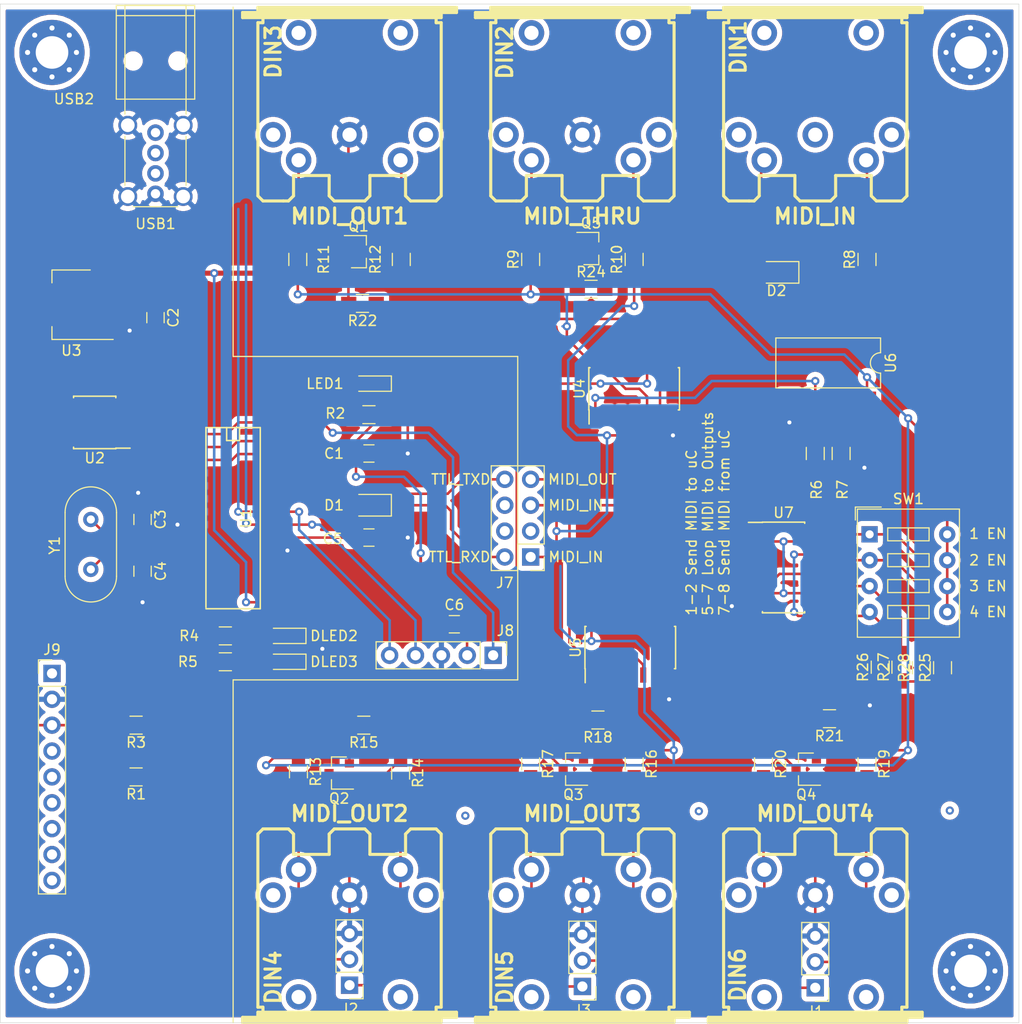
<source format=kicad_pcb>
(kicad_pcb (version 20171130) (host pcbnew "(5.1.9)-1")
  (layers (0 F.Cu mixed) (31 B.Cu mixed) (34 B.Paste user) (35 F.Paste user) (36 B.SilkS user) (37 F.SilkS user) (38 B.Mask user) (39 F.Mask user) (44 Edge.Cuts user))
  (net 0 "")
  (net 1 MCLR)
  (net 2 +3V3)
  (net 3 GND)
  (net 4 USB_D+)
  (net 5 USB_D-)
  (net 6 +5V)
  (net 7 SDA)
  (net 8 SCL)
  (net 9 SDO)
  (net 10 SS)
  (net 11 "Net-(D2-Pad2)")
  (net 12 "Net-(D1-Pad2)")
  (net 13 "Net-(U1-Pad4)")
  (net 14 "Net-(U1-Pad5)")
  (net 15 SDA2)
  (net 16 SCL2)
  (net 17 OSCI)
  (net 18 OSCO)
  (net 19 "Net-(R4-Pad2)")
  (net 20 "Net-(R5-Pad2)")
  (net 21 "Net-(C5-Pad2)")
  (net 22 "Net-(U1-Pad24)")
  (net 23 "Net-(U1-Pad25)")
  (net 24 "Net-(U1-Pad26)")
  (net 25 "Net-(U2-Pad7)")
  (net 26 "Net-(D2-Pad1)")
  (net 27 "Net-(R7-Pad2)")
  (net 28 "Net-(DLED2-Pad2)")
  (net 29 "Net-(DLED3-Pad2)")
  (net 30 "Net-(LED1-Pad2)")
  (net 31 TTL_RXD)
  (net 32 TTL_TXD)
  (net 33 "Net-(R6-Pad1)")
  (net 34 "Net-(Q1-Pad3)")
  (net 35 "Net-(R15-Pad1)")
  (net 36 "Net-(Q1-Pad2)")
  (net 37 "Net-(U4-Pad2)")
  (net 38 "Net-(U4-Pad6)")
  (net 39 "Net-(U4-Pad11)")
  (net 40 "Net-(U5-Pad1)")
  (net 41 MIDI_IN)
  (net 42 MIDI_OUT)
  (net 43 "Net-(DIN1-Pad5)")
  (net 44 "Net-(DIN1-Pad1)")
  (net 45 "Net-(DIN1-Pad2)")
  (net 46 "Net-(DIN1-Pad3)")
  (net 47 "Net-(DIN2-Pad5)")
  (net 48 "Net-(DIN2-Pad1)")
  (net 49 "Net-(DIN2-Pad4)")
  (net 50 "Net-(DIN2-Pad3)")
  (net 51 "Net-(DIN3-Pad5)")
  (net 52 "Net-(DIN3-Pad1)")
  (net 53 "Net-(DIN3-Pad4)")
  (net 54 "Net-(DIN3-Pad3)")
  (net 55 "Net-(DIN4-Pad5)")
  (net 56 "Net-(DIN4-Pad1)")
  (net 57 "Net-(DIN4-Pad4)")
  (net 58 "Net-(DIN4-Pad3)")
  (net 59 "Net-(DIN5-Pad5)")
  (net 60 "Net-(DIN5-Pad1)")
  (net 61 "Net-(DIN5-Pad4)")
  (net 62 "Net-(DIN5-Pad3)")
  (net 63 "Net-(DIN6-Pad5)")
  (net 64 "Net-(DIN6-Pad1)")
  (net 65 "Net-(DIN6-Pad4)")
  (net 66 "Net-(DIN6-Pad3)")
  (net 67 "Net-(Q3-Pad3)")
  (net 68 "Net-(R18-Pad1)")
  (net 69 "Net-(Q3-Pad2)")
  (net 70 "Net-(Q4-Pad3)")
  (net 71 "Net-(R21-Pad1)")
  (net 72 "Net-(Q4-Pad2)")
  (net 73 "Net-(U5-Pad2)")
  (net 74 "Net-(U5-Pad6)")
  (net 75 "Net-(U6-Pad1)")
  (net 76 "Net-(U6-Pad4)")
  (net 77 "Net-(Q2-Pad3)")
  (net 78 "Net-(Q2-Pad2)")
  (net 79 "Net-(R22-Pad1)")
  (net 80 "Net-(USB2-Pad4)")
  (net 81 OUT1_EN)
  (net 82 OUT2_EN)
  (net 83 OUT3_EN)
  (net 84 OUT4_EN)
  (net 85 "Net-(U4-Pad5)")
  (net 86 "Net-(U4-Pad13)")
  (net 87 "Net-(U5-Pad5)")
  (net 88 "Net-(Q5-Pad2)")
  (net 89 "Net-(Q5-Pad3)")
  (net 90 "Net-(Q3-Pad1)")
  (net 91 "Net-(J7-Pad3)")
  (net 92 "Net-(J7-Pad4)")
  (net 93 "Net-(J7-Pad6)")
  (module Connectors:USB_A_Vertical (layer F.Cu) (at 123.19 58.674)
    (fp_text reference USB1 (at 0 8.95) (layer F.SilkS))
    (fp_text value USB_B_Full)
    (pad 1 thru_hole circle (at 0 0) (size 1.62 1.62) (drill 0.92) (layers *.Cu *.Mask) (net 6 +5V))
    (pad 2 thru_hole circle (at 0 2) (size 1.62 1.62) (drill 0.92) (layers *.Cu *.Mask) (net 5 USB_D-))
    (pad 3 thru_hole circle (at 0 4) (size 1.62 1.62) (drill 0.92) (layers *.Cu *.Mask) (net 4 USB_D+))
    (pad 5 thru_hole circle (at 2.72 -0.73) (size 1.85 1.85) (drill 1.35) (layers *.Cu *.Mask) (net 3 GND))
    (pad 4 thru_hole circle (at 0 6) (size 1.62 1.62) (drill 0.92) (layers *.Cu *.Mask) (net 3 GND))
    (pad 5 thru_hole circle (at 2.72 6.27) (size 1.85 1.85) (drill 1.35) (layers *.Cu *.Mask) (net 3 GND))
    (pad 5 thru_hole circle (at -2.72 -0.73) (size 1.85 1.85) (drill 1.35) (layers *.Cu *.Mask) (net 3 GND))
    (pad 5 thru_hole circle (at -2.72 6.27) (size 1.85 1.85) (drill 1.35) (layers *.Cu *.Mask) (net 3 GND))
  )
  (module Resistors_SMD:R_0805_HandSoldering (layer F.Cu) (at 198.374 111.2012 90)
    (fp_text reference R28 (at 0 -1.7 90) (layer F.SilkS))
    (fp_text value 1K)
    (pad 1 smd rect (at -1.35 0 90) (size 1.5 1.3) (layers F.Cu F.Paste F.Mask) (net 3 GND))
    (pad 2 smd rect (at 1.35 0 90) (size 1.5 1.3) (layers F.Cu F.Paste F.Mask) (net 82 OUT2_EN))
  )
  (module Resistors_SMD:R_0805_HandSoldering (layer F.Cu) (at 196.3674 111.1504 90)
    (fp_text reference R27 (at 0 -1.7 90) (layer F.SilkS))
    (fp_text value 1K)
    (pad 1 smd rect (at -1.35 0 90) (size 1.5 1.3) (layers F.Cu F.Paste F.Mask) (net 3 GND))
    (pad 2 smd rect (at 1.35 0 90) (size 1.5 1.3) (layers F.Cu F.Paste F.Mask) (net 83 OUT3_EN))
  )
  (module Resistors_SMD:R_0805_HandSoldering (layer F.Cu) (at 194.3354 111.1504 90)
    (fp_text reference R26 (at 0 -1.7 90) (layer F.SilkS))
    (fp_text value 1K)
    (pad 1 smd rect (at -1.35 0 90) (size 1.5 1.3) (layers F.Cu F.Paste F.Mask) (net 3 GND))
    (pad 2 smd rect (at 1.35 0 90) (size 1.5 1.3) (layers F.Cu F.Paste F.Mask) (net 84 OUT4_EN))
  )
  (module Housings_SOIC:SOIC-14_3.9x8.7mm_Pitch1.27mm (layer F.Cu) (at 184.8485 101.3587)
    (fp_text reference U7 (at 0 -5.375) (layer F.SilkS))
    (fp_text value 4081)
    (pad 1 smd rect (at -2.7 -3.81) (size 1.5 0.6) (layers F.Cu F.Paste F.Mask) (net 81 OUT1_EN))
    (pad 2 smd rect (at -2.7 -2.54) (size 1.5 0.6) (layers F.Cu F.Paste F.Mask) (net 42 MIDI_OUT))
    (pad 3 smd rect (at -2.7 -1.27) (size 1.5 0.6) (layers F.Cu F.Paste F.Mask) (net 85 "Net-(U4-Pad5)"))
    (pad 4 smd rect (at -2.7 0) (size 1.5 0.6) (layers F.Cu F.Paste F.Mask) (net 86 "Net-(U4-Pad13)"))
    (pad 5 smd rect (at -2.7 1.27) (size 1.5 0.6) (layers F.Cu F.Paste F.Mask) (net 82 OUT2_EN))
    (pad 6 smd rect (at -2.7 2.54) (size 1.5 0.6) (layers F.Cu F.Paste F.Mask) (net 42 MIDI_OUT))
    (pad 7 smd rect (at -2.7 3.81) (size 1.5 0.6) (layers F.Cu F.Paste F.Mask) (net 3 GND))
    (pad 8 smd rect (at 2.7 3.81) (size 1.5 0.6) (layers F.Cu F.Paste F.Mask) (net 83 OUT3_EN))
    (pad 9 smd rect (at 2.7 2.54) (size 1.5 0.6) (layers F.Cu F.Paste F.Mask) (net 42 MIDI_OUT))
    (pad 10 smd rect (at 2.7 1.27) (size 1.5 0.6) (layers F.Cu F.Paste F.Mask) (net 40 "Net-(U5-Pad1)"))
    (pad 11 smd rect (at 2.7 0) (size 1.5 0.6) (layers F.Cu F.Paste F.Mask) (net 87 "Net-(U5-Pad5)"))
    (pad 12 smd rect (at 2.7 -1.27) (size 1.5 0.6) (layers F.Cu F.Paste F.Mask) (net 84 OUT4_EN))
    (pad 13 smd rect (at 2.7 -2.54) (size 1.5 0.6) (layers F.Cu F.Paste F.Mask) (net 42 MIDI_OUT))
    (pad 14 smd rect (at 2.7 -3.81) (size 1.5 0.6) (layers F.Cu F.Paste F.Mask) (net 6 +5V))
  )
  (module Resistors_SMD:R_0805_HandSoldering (layer F.Cu) (at 200.4568 111.2012 90)
    (fp_text reference R25 (at 0 -1.7 90) (layer F.SilkS))
    (fp_text value 1K)
    (pad 1 smd rect (at -1.35 0 90) (size 1.5 1.3) (layers F.Cu F.Paste F.Mask) (net 3 GND))
    (pad 2 smd rect (at 1.35 0 90) (size 1.5 1.3) (layers F.Cu F.Paste F.Mask) (net 81 OUT1_EN))
  )
  (module Resistors_SMD:R_0805_HandSoldering (layer F.Cu) (at 165.95 74.05)
    (fp_text reference R24 (at 0 -1.7) (layer F.SilkS))
    (fp_text value 10K)
    (pad 1 smd rect (at -1.35 0) (size 1.5 1.3) (layers F.Cu F.Paste F.Mask) (net 41 MIDI_IN))
    (pad 2 smd rect (at 1.35 0) (size 1.5 1.3) (layers F.Cu F.Paste F.Mask) (net 88 "Net-(Q5-Pad2)"))
  )
  (module TO_SOT_Packages_SMD:SOT-23 (layer F.Cu) (at 165.95 70.05)
    (fp_text reference Q5 (at 0 -2.5) (layer F.SilkS))
    (fp_text value 2N2219)
    (pad 1 smd rect (at -1 -0.95) (size 0.9 0.8) (layers F.Cu F.Paste F.Mask) (net 3 GND))
    (pad 2 smd rect (at -1 0.95) (size 0.9 0.8) (layers F.Cu F.Paste F.Mask) (net 88 "Net-(Q5-Pad2)"))
    (pad 3 smd rect (at 1 0) (size 0.9 0.8) (layers F.Cu F.Paste F.Mask) (net 89 "Net-(Q5-Pad3)"))
  )
  (module Buttons_Switches_THT:SW_DIP_x4_W7.62mm_Slide (layer F.Cu) (at 193.294 98.1075)
    (fp_text reference SW1 (at 3.81 -3.48) (layer F.SilkS))
    (fp_text value SW_DIP_x04)
    (pad 1 thru_hole rect (at 0 0) (size 1.6 1.6) (drill 0.8) (layers *.Cu *.Mask) (net 81 OUT1_EN))
    (pad 5 thru_hole oval (at 7.62 7.62) (size 1.6 1.6) (drill 0.8) (layers *.Cu *.Mask) (net 6 +5V))
    (pad 2 thru_hole oval (at 0 2.54) (size 1.6 1.6) (drill 0.8) (layers *.Cu *.Mask) (net 82 OUT2_EN))
    (pad 6 thru_hole oval (at 7.62 5.08) (size 1.6 1.6) (drill 0.8) (layers *.Cu *.Mask) (net 6 +5V))
    (pad 3 thru_hole oval (at 0 5.08) (size 1.6 1.6) (drill 0.8) (layers *.Cu *.Mask) (net 83 OUT3_EN))
    (pad 7 thru_hole oval (at 7.62 2.54) (size 1.6 1.6) (drill 0.8) (layers *.Cu *.Mask) (net 6 +5V))
    (pad 4 thru_hole oval (at 0 7.62) (size 1.6 1.6) (drill 0.8) (layers *.Cu *.Mask) (net 84 OUT4_EN))
    (pad 8 thru_hole oval (at 7.62 0) (size 1.6 1.6) (drill 0.8) (layers *.Cu *.Mask) (net 6 +5V))
  )
  (module Pin_Headers:Pin_Header_Straight_1x03_Pitch2.54mm (layer F.Cu) (at 165.1 142.494 180)
    (fp_text reference J3 (at 0 -2.33) (layer F.SilkS))
    (fp_text value Conn_01x03)
    (pad 1 thru_hole rect (at 0 0 180) (size 1.7 1.7) (drill 1) (layers *.Cu *.Mask) (net 61 "Net-(DIN5-Pad4)"))
    (pad 2 thru_hole oval (at 0 2.54 180) (size 1.7 1.7) (drill 1) (layers *.Cu *.Mask) (net 59 "Net-(DIN5-Pad5)"))
    (pad 3 thru_hole oval (at 0 5.08 180) (size 1.7 1.7) (drill 1) (layers *.Cu *.Mask) (net 3 GND))
  )
  (module Pin_Headers:Pin_Header_Straight_1x03_Pitch2.54mm (layer F.Cu) (at 142.24 142.367 180)
    (fp_text reference J2 (at 0 -2.33) (layer F.SilkS))
    (fp_text value Conn_01x03)
    (pad 1 thru_hole rect (at 0 0 180) (size 1.7 1.7) (drill 1) (layers *.Cu *.Mask) (net 57 "Net-(DIN4-Pad4)"))
    (pad 2 thru_hole oval (at 0 2.54 180) (size 1.7 1.7) (drill 1) (layers *.Cu *.Mask) (net 55 "Net-(DIN4-Pad5)"))
    (pad 3 thru_hole oval (at 0 5.08 180) (size 1.7 1.7) (drill 1) (layers *.Cu *.Mask) (net 3 GND))
  )
  (module Pin_Headers:Pin_Header_Straight_1x03_Pitch2.54mm (layer F.Cu) (at 187.96 142.621 180)
    (fp_text reference J1 (at 0 -2.33) (layer F.SilkS))
    (fp_text value Conn_01x03)
    (pad 1 thru_hole rect (at 0 0 180) (size 1.7 1.7) (drill 1) (layers *.Cu *.Mask) (net 65 "Net-(DIN6-Pad4)"))
    (pad 2 thru_hole oval (at 0 2.54 180) (size 1.7 1.7) (drill 1) (layers *.Cu *.Mask) (net 63 "Net-(DIN6-Pad5)"))
    (pad 3 thru_hole oval (at 0 5.08 180) (size 1.7 1.7) (drill 1) (layers *.Cu *.Mask) (net 3 GND))
  )
  (module TO_SOT_Packages_SMD:SOT-23 (layer F.Cu) (at 187.071 121.158 180)
    (fp_text reference Q4 (at 0 -2.5) (layer F.SilkS))
    (fp_text value 2N2219)
    (pad 1 smd rect (at -1 -0.95 180) (size 0.9 0.8) (layers F.Cu F.Paste F.Mask) (net 3 GND))
    (pad 2 smd rect (at -1 0.95 180) (size 0.9 0.8) (layers F.Cu F.Paste F.Mask) (net 72 "Net-(Q4-Pad2)"))
    (pad 3 smd rect (at 1 0 180) (size 0.9 0.8) (layers F.Cu F.Paste F.Mask) (net 70 "Net-(Q4-Pad3)"))
  )
  (module TO_SOT_Packages_SMD:SOT-23 (layer F.Cu) (at 164.211 121.158 180)
    (fp_text reference Q3 (at 0 -2.5) (layer F.SilkS))
    (fp_text value 2N2219)
    (pad 1 smd rect (at -1 -0.95 180) (size 0.9 0.8) (layers F.Cu F.Paste F.Mask) (net 90 "Net-(Q3-Pad1)"))
    (pad 2 smd rect (at -1 0.95 180) (size 0.9 0.8) (layers F.Cu F.Paste F.Mask) (net 69 "Net-(Q3-Pad2)"))
    (pad 3 smd rect (at 1 0 180) (size 0.9 0.8) (layers F.Cu F.Paste F.Mask) (net 67 "Net-(Q3-Pad3)"))
  )
  (module TO_SOT_Packages_SMD:SOT-23 (layer F.Cu) (at 141.224 121.539 180)
    (fp_text reference Q2 (at 0 -2.5) (layer F.SilkS))
    (fp_text value 2N2219)
    (pad 1 smd rect (at -1 -0.95 180) (size 0.9 0.8) (layers F.Cu F.Paste F.Mask) (net 3 GND))
    (pad 2 smd rect (at -1 0.95 180) (size 0.9 0.8) (layers F.Cu F.Paste F.Mask) (net 78 "Net-(Q2-Pad2)"))
    (pad 3 smd rect (at 1 0 180) (size 0.9 0.8) (layers F.Cu F.Paste F.Mask) (net 77 "Net-(Q2-Pad3)"))
  )
  (module TO_SOT_Packages_SMD:SOT-23 (layer F.Cu) (at 143.129 70.358)
    (fp_text reference Q1 (at 0 -2.5) (layer F.SilkS))
    (fp_text value 2N2219)
    (pad 1 smd rect (at -1 -0.95) (size 0.9 0.8) (layers F.Cu F.Paste F.Mask) (net 3 GND))
    (pad 2 smd rect (at -1 0.95) (size 0.9 0.8) (layers F.Cu F.Paste F.Mask) (net 36 "Net-(Q1-Pad2)"))
    (pad 3 smd rect (at 1 0) (size 0.9 0.8) (layers F.Cu F.Paste F.Mask) (net 34 "Net-(Q1-Pad3)"))
  )
  (module Connectors:USB_Mini-B (layer F.Cu) (at 123.19 51.435 270)
    (fp_text reference USB2 (at 3.937 8.001 180) (layer F.SilkS))
    (fp_text value USB_B_Mini)
    (pad 1 smd rect (at 2.8 -1.6 270) (size 2.3 0.5) (layers F.Cu F.Paste F.Mask) (net 6 +5V))
    (pad 2 smd rect (at 2.8 -0.8 270) (size 2.3 0.5) (layers F.Cu F.Paste F.Mask) (net 5 USB_D-))
    (pad 3 smd rect (at 2.8 0 270) (size 2.3 0.5) (layers F.Cu F.Paste F.Mask) (net 4 USB_D+))
    (pad 4 smd rect (at 2.8 0.8 270) (size 2.3 0.5) (layers F.Cu F.Paste F.Mask) (net 80 "Net-(USB2-Pad4)"))
    (pad 5 smd rect (at 2.8 1.6 270) (size 2.3 0.5) (layers F.Cu F.Paste F.Mask) (net 3 GND))
    (pad 6 smd rect (at 2.7 -4.45 270) (size 2.5 2) (layers F.Cu F.Paste F.Mask) (net 3 GND))
    (pad 6 smd rect (at -2.8 -4.45 270) (size 2.5 2) (layers F.Cu F.Paste F.Mask) (net 3 GND))
    (pad 6 smd rect (at 2.7 4.45 270) (size 2.5 2) (layers F.Cu F.Paste F.Mask) (net 3 GND))
    (pad 6 smd rect (at -2.8 4.45 270) (size 2.5 2) (layers F.Cu F.Paste F.Mask) (net 3 GND))
    (pad "" np_thru_hole circle (at 0.2 -2.2 270) (size 0.9 0.9) (drill 0.9) (layers *.Cu *.Mask))
    (pad "" np_thru_hole circle (at 0.2 2.2 270) (size 0.9 0.9) (drill 0.9) (layers *.Cu *.Mask))
  )
  (module Resistors_SMD:R_0805_HandSoldering (layer F.Cu) (at 143.51 75.438 180)
    (fp_text reference R22 (at 0 -1.7) (layer F.SilkS))
    (fp_text value 10K)
    (pad 1 smd rect (at -1.35 0 180) (size 1.5 1.3) (layers F.Cu F.Paste F.Mask) (net 79 "Net-(R22-Pad1)"))
    (pad 2 smd rect (at 1.35 0 180) (size 1.5 1.3) (layers F.Cu F.Paste F.Mask) (net 36 "Net-(Q1-Pad2)"))
  )
  (module Housings_SOIC:SOIC-14_3.9x8.7mm_Pitch1.27mm (layer F.Cu) (at 169.799 109.22 90)
    (fp_text reference U5 (at 0 -5.375 90) (layer F.SilkS))
    (fp_text value 74HC14)
    (pad 1 smd rect (at -2.7 -3.81 90) (size 1.5 0.6) (layers F.Cu F.Paste F.Mask) (net 40 "Net-(U5-Pad1)"))
    (pad 2 smd rect (at -2.7 -2.54 90) (size 1.5 0.6) (layers F.Cu F.Paste F.Mask) (net 73 "Net-(U5-Pad2)"))
    (pad 3 smd rect (at -2.7 -1.27 90) (size 1.5 0.6) (layers F.Cu F.Paste F.Mask) (net 73 "Net-(U5-Pad2)"))
    (pad 4 smd rect (at -2.7 0 90) (size 1.5 0.6) (layers F.Cu F.Paste F.Mask) (net 68 "Net-(R18-Pad1)"))
    (pad 5 smd rect (at -2.7 1.27 90) (size 1.5 0.6) (layers F.Cu F.Paste F.Mask) (net 87 "Net-(U5-Pad5)"))
    (pad 6 smd rect (at -2.7 2.54 90) (size 1.5 0.6) (layers F.Cu F.Paste F.Mask) (net 74 "Net-(U5-Pad6)"))
    (pad 7 smd rect (at -2.7 3.81 90) (size 1.5 0.6) (layers F.Cu F.Paste F.Mask) (net 3 GND))
    (pad 8 smd rect (at 2.7 3.81 90) (size 1.5 0.6) (layers F.Cu F.Paste F.Mask) (net 71 "Net-(R21-Pad1)"))
    (pad 9 smd rect (at 2.7 2.54 90) (size 1.5 0.6) (layers F.Cu F.Paste F.Mask) (net 74 "Net-(U5-Pad6)"))
    (pad 10 smd rect (at 2.7 1.27 90) (size 1.5 0.6) (layers F.Cu F.Paste F.Mask))
    (pad 11 smd rect (at 2.7 0 90) (size 1.5 0.6) (layers F.Cu F.Paste F.Mask))
    (pad 12 smd rect (at 2.7 -1.27 90) (size 1.5 0.6) (layers F.Cu F.Paste F.Mask))
    (pad 13 smd rect (at 2.7 -2.54 90) (size 1.5 0.6) (layers F.Cu F.Paste F.Mask))
    (pad 14 smd rect (at 2.7 -3.81 90) (size 1.5 0.6) (layers F.Cu F.Paste F.Mask) (net 6 +5V))
  )
  (module Resistors_SMD:R_0805_HandSoldering (layer F.Cu) (at 189.357 116.205 180)
    (fp_text reference R21 (at 0 -1.7) (layer F.SilkS))
    (fp_text value 10K)
    (pad 1 smd rect (at -1.35 0 180) (size 1.5 1.3) (layers F.Cu F.Paste F.Mask) (net 71 "Net-(R21-Pad1)"))
    (pad 2 smd rect (at 1.35 0 180) (size 1.5 1.3) (layers F.Cu F.Paste F.Mask) (net 72 "Net-(Q4-Pad2)"))
  )
  (module Resistors_SMD:R_0805_HandSoldering (layer F.Cu) (at 182.88 120.65 270)
    (fp_text reference R20 (at 0 -1.7 90) (layer F.SilkS))
    (fp_text value 220R)
    (pad 1 smd rect (at -1.35 0 270) (size 1.5 1.3) (layers F.Cu F.Paste F.Mask) (net 70 "Net-(Q4-Pad3)"))
    (pad 2 smd rect (at 1.35 0 270) (size 1.5 1.3) (layers F.Cu F.Paste F.Mask) (net 65 "Net-(DIN6-Pad4)"))
  )
  (module Resistors_SMD:R_0805_HandSoldering (layer F.Cu) (at 193.04 120.65 270)
    (fp_text reference R19 (at 0 -1.7 90) (layer F.SilkS))
    (fp_text value 220R)
    (pad 1 smd rect (at -1.35 0 270) (size 1.5 1.3) (layers F.Cu F.Paste F.Mask) (net 6 +5V))
    (pad 2 smd rect (at 1.35 0 270) (size 1.5 1.3) (layers F.Cu F.Paste F.Mask) (net 63 "Net-(DIN6-Pad5)"))
  )
  (module Resistors_SMD:R_0805_HandSoldering (layer F.Cu) (at 166.624 116.332 180)
    (fp_text reference R18 (at 0 -1.7) (layer F.SilkS))
    (fp_text value 10K)
    (pad 1 smd rect (at -1.35 0 180) (size 1.5 1.3) (layers F.Cu F.Paste F.Mask) (net 68 "Net-(R18-Pad1)"))
    (pad 2 smd rect (at 1.35 0 180) (size 1.5 1.3) (layers F.Cu F.Paste F.Mask) (net 69 "Net-(Q3-Pad2)"))
  )
  (module Resistors_SMD:R_0805_HandSoldering (layer F.Cu) (at 160.02 120.65 270)
    (fp_text reference R17 (at 0 -1.7 90) (layer F.SilkS))
    (fp_text value 220R)
    (pad 1 smd rect (at -1.35 0 270) (size 1.5 1.3) (layers F.Cu F.Paste F.Mask) (net 67 "Net-(Q3-Pad3)"))
    (pad 2 smd rect (at 1.35 0 270) (size 1.5 1.3) (layers F.Cu F.Paste F.Mask) (net 61 "Net-(DIN5-Pad4)"))
  )
  (module Resistors_SMD:R_0805_HandSoldering (layer F.Cu) (at 170.18 120.65 270)
    (fp_text reference R16 (at 0 -1.7 90) (layer F.SilkS))
    (fp_text value 220R)
    (pad 1 smd rect (at -1.35 0 270) (size 1.5 1.3) (layers F.Cu F.Paste F.Mask) (net 6 +5V))
    (pad 2 smd rect (at 1.35 0 270) (size 1.5 1.3) (layers F.Cu F.Paste F.Mask) (net 59 "Net-(DIN5-Pad5)"))
  )
  (module conn_av:din-5 (layer F.Cu) (at 187.96 136.525)
    (fp_text reference DIN6 (at -7.62 4.826 90) (layer F.SilkS) (effects (font (size 1.5 1.5) (thickness 0.3))))
    (fp_text value MIDI_OUT4 (at 0 -11) (layer F.SilkS) (effects (font (size 1.5 1.5) (thickness 0.3))))
    (pad 6 thru_hole circle (at -5 7) (size 2.5 2.5) (drill 1.4) (layers *.Cu *.Mask))
    (pad 6 thru_hole circle (at 5 7) (size 2.5 2.5) (drill 1.4) (layers *.Cu *.Mask))
    (pad 5 thru_hole circle (at -5 -5.5) (size 2.5 2.5) (drill 1.4) (layers *.Cu *.Mask) (net 63 "Net-(DIN6-Pad5)"))
    (pad 1 thru_hole circle (at 7.5 -3) (size 2.5 2.5) (drill 1.4) (layers *.Cu *.Mask) (net 64 "Net-(DIN6-Pad1)"))
    (pad 2 thru_hole circle (at 0 -3) (size 2.5 2.5) (drill 1.4) (layers *.Cu *.Mask) (net 3 GND))
    (pad 4 thru_hole circle (at 5 -5.5) (size 2.5 2.5) (drill 1.4) (layers *.Cu *.Mask) (net 65 "Net-(DIN6-Pad4)"))
    (pad 3 thru_hole circle (at -7.5 -3) (size 2.5 2.5) (drill 1.4) (layers *.Cu *.Mask) (net 66 "Net-(DIN6-Pad3)"))
  )
  (module conn_av:din-5 (layer F.Cu) (at 165.1 136.525)
    (fp_text reference DIN5 (at -7.62 5.08 90) (layer F.SilkS) (effects (font (size 1.5 1.5) (thickness 0.3))))
    (fp_text value MIDI_OUT3 (at 0 -11) (layer F.SilkS) (effects (font (size 1.5 1.5) (thickness 0.3))))
    (pad 6 thru_hole circle (at -5 7) (size 2.5 2.5) (drill 1.4) (layers *.Cu *.Mask))
    (pad 6 thru_hole circle (at 5 7) (size 2.5 2.5) (drill 1.4) (layers *.Cu *.Mask))
    (pad 5 thru_hole circle (at -5 -5.5) (size 2.5 2.5) (drill 1.4) (layers *.Cu *.Mask) (net 59 "Net-(DIN5-Pad5)"))
    (pad 1 thru_hole circle (at 7.5 -3) (size 2.5 2.5) (drill 1.4) (layers *.Cu *.Mask) (net 60 "Net-(DIN5-Pad1)"))
    (pad 2 thru_hole circle (at 0 -3) (size 2.5 2.5) (drill 1.4) (layers *.Cu *.Mask) (net 3 GND))
    (pad 4 thru_hole circle (at 5 -5.5) (size 2.5 2.5) (drill 1.4) (layers *.Cu *.Mask) (net 61 "Net-(DIN5-Pad4)"))
    (pad 3 thru_hole circle (at -7.5 -3) (size 2.5 2.5) (drill 1.4) (layers *.Cu *.Mask) (net 62 "Net-(DIN5-Pad3)"))
  )
  (module Housings_SOIC:SOIC-14_3.9x8.7mm_Pitch1.27mm (layer F.Cu) (at 170.18 83.82 90)
    (fp_text reference U4 (at 0 -5.375 90) (layer F.SilkS))
    (fp_text value 74HC14)
    (pad 1 smd rect (at -2.7 -3.81 90) (size 1.5 0.6) (layers F.Cu F.Paste F.Mask) (net 33 "Net-(R6-Pad1)"))
    (pad 2 smd rect (at -2.7 -2.54 90) (size 1.5 0.6) (layers F.Cu F.Paste F.Mask) (net 37 "Net-(U4-Pad2)"))
    (pad 3 smd rect (at -2.7 -1.27 90) (size 1.5 0.6) (layers F.Cu F.Paste F.Mask) (net 37 "Net-(U4-Pad2)"))
    (pad 4 smd rect (at -2.7 0 90) (size 1.5 0.6) (layers F.Cu F.Paste F.Mask) (net 41 MIDI_IN))
    (pad 5 smd rect (at -2.7 1.27 90) (size 1.5 0.6) (layers F.Cu F.Paste F.Mask) (net 85 "Net-(U4-Pad5)"))
    (pad 6 smd rect (at -2.7 2.54 90) (size 1.5 0.6) (layers F.Cu F.Paste F.Mask) (net 38 "Net-(U4-Pad6)"))
    (pad 7 smd rect (at -2.7 3.81 90) (size 1.5 0.6) (layers F.Cu F.Paste F.Mask) (net 3 GND))
    (pad 8 smd rect (at 2.7 3.81 90) (size 1.5 0.6) (layers F.Cu F.Paste F.Mask) (net 79 "Net-(R22-Pad1)"))
    (pad 9 smd rect (at 2.7 2.54 90) (size 1.5 0.6) (layers F.Cu F.Paste F.Mask) (net 38 "Net-(U4-Pad6)"))
    (pad 10 smd rect (at 2.7 1.27 90) (size 1.5 0.6) (layers F.Cu F.Paste F.Mask) (net 35 "Net-(R15-Pad1)"))
    (pad 11 smd rect (at 2.7 0 90) (size 1.5 0.6) (layers F.Cu F.Paste F.Mask) (net 39 "Net-(U4-Pad11)"))
    (pad 12 smd rect (at 2.7 -1.27 90) (size 1.5 0.6) (layers F.Cu F.Paste F.Mask) (net 39 "Net-(U4-Pad11)"))
    (pad 13 smd rect (at 2.7 -2.54 90) (size 1.5 0.6) (layers F.Cu F.Paste F.Mask) (net 86 "Net-(U4-Pad13)"))
    (pad 14 smd rect (at 2.7 -3.81 90) (size 1.5 0.6) (layers F.Cu F.Paste F.Mask) (net 6 +5V))
  )
  (module Resistors_SMD:R_0805_HandSoldering (layer F.Cu) (at 143.637 116.84 180)
    (fp_text reference R15 (at 0 -1.7) (layer F.SilkS))
    (fp_text value 10K)
    (pad 1 smd rect (at -1.35 0 180) (size 1.5 1.3) (layers F.Cu F.Paste F.Mask) (net 35 "Net-(R15-Pad1)"))
    (pad 2 smd rect (at 1.35 0 180) (size 1.5 1.3) (layers F.Cu F.Paste F.Mask) (net 78 "Net-(Q2-Pad2)"))
  )
  (module Resistors_SMD:R_0805_HandSoldering (layer F.Cu) (at 147.2565 121.539 270)
    (fp_text reference R14 (at 0 -1.7 90) (layer F.SilkS))
    (fp_text value 220R)
    (pad 1 smd rect (at -1.35 0 270) (size 1.5 1.3) (layers F.Cu F.Paste F.Mask) (net 77 "Net-(Q2-Pad3)"))
    (pad 2 smd rect (at 1.35 0 270) (size 1.5 1.3) (layers F.Cu F.Paste F.Mask) (net 57 "Net-(DIN4-Pad4)"))
  )
  (module Resistors_SMD:R_0805_HandSoldering (layer F.Cu) (at 137.2235 121.412 270)
    (fp_text reference R13 (at 0 -1.7 90) (layer F.SilkS))
    (fp_text value 220R)
    (pad 1 smd rect (at -1.35 0 270) (size 1.5 1.3) (layers F.Cu F.Paste F.Mask) (net 6 +5V))
    (pad 2 smd rect (at 1.35 0 270) (size 1.5 1.3) (layers F.Cu F.Paste F.Mask) (net 55 "Net-(DIN4-Pad5)"))
  )
  (module Pin_Headers:Pin_Header_Straight_2x04_Pitch2.54mm (layer F.Cu) (at 160.02 100.33 180)
    (fp_text reference J7 (at 2.54 -2.54) (layer F.SilkS))
    (fp_text value Conn_02x04_Odd_Even)
    (pad 1 thru_hole rect (at 0 0 180) (size 1.7 1.7) (drill 1) (layers *.Cu *.Mask) (net 41 MIDI_IN))
    (pad 2 thru_hole oval (at 2.54 0 180) (size 1.7 1.7) (drill 1) (layers *.Cu *.Mask) (net 31 TTL_RXD))
    (pad 3 thru_hole oval (at 0 2.54 180) (size 1.7 1.7) (drill 1) (layers *.Cu *.Mask) (net 91 "Net-(J7-Pad3)"))
    (pad 4 thru_hole oval (at 2.54 2.54 180) (size 1.7 1.7) (drill 1) (layers *.Cu *.Mask) (net 92 "Net-(J7-Pad4)"))
    (pad 5 thru_hole oval (at 0 5.08 180) (size 1.7 1.7) (drill 1) (layers *.Cu *.Mask) (net 41 MIDI_IN))
    (pad 6 thru_hole oval (at 2.54 5.08 180) (size 1.7 1.7) (drill 1) (layers *.Cu *.Mask) (net 93 "Net-(J7-Pad6)"))
    (pad 7 thru_hole oval (at 0 7.62 180) (size 1.7 1.7) (drill 1) (layers *.Cu *.Mask) (net 42 MIDI_OUT))
    (pad 8 thru_hole oval (at 2.54 7.62 180) (size 1.7 1.7) (drill 1) (layers *.Cu *.Mask) (net 32 TTL_TXD))
  )
  (module conn_av:din-5 (layer F.Cu) (at 142.24 136.525)
    (fp_text reference DIN4 (at -7.493 5.08 90) (layer F.SilkS) (effects (font (size 1.5 1.5) (thickness 0.3))))
    (fp_text value MIDI_OUT2 (at 0 -11) (layer F.SilkS) (effects (font (size 1.5 1.5) (thickness 0.3))))
    (pad 6 thru_hole circle (at -5 7) (size 2.5 2.5) (drill 1.4) (layers *.Cu *.Mask))
    (pad 6 thru_hole circle (at 5 7) (size 2.5 2.5) (drill 1.4) (layers *.Cu *.Mask))
    (pad 5 thru_hole circle (at -5 -5.5) (size 2.5 2.5) (drill 1.4) (layers *.Cu *.Mask) (net 55 "Net-(DIN4-Pad5)"))
    (pad 1 thru_hole circle (at 7.5 -3) (size 2.5 2.5) (drill 1.4) (layers *.Cu *.Mask) (net 56 "Net-(DIN4-Pad1)"))
    (pad 2 thru_hole circle (at 0 -3) (size 2.5 2.5) (drill 1.4) (layers *.Cu *.Mask) (net 3 GND))
    (pad 4 thru_hole circle (at 5 -5.5) (size 2.5 2.5) (drill 1.4) (layers *.Cu *.Mask) (net 57 "Net-(DIN4-Pad4)"))
    (pad 3 thru_hole circle (at -7.5 -3) (size 2.5 2.5) (drill 1.4) (layers *.Cu *.Mask) (net 58 "Net-(DIN4-Pad3)"))
  )
  (module TO_SOT_Packages_SMD:SOT-223 (layer F.Cu) (at 114.935 75.565 180)
    (fp_text reference U3 (at 0 -4.5) (layer F.SilkS))
    (fp_text value AMS1117-3.3)
    (pad 4 smd rect (at 3.15 0 180) (size 2 3.8) (layers F.Cu F.Paste F.Mask))
    (pad 2 smd rect (at -3.15 0 180) (size 2 1.5) (layers F.Cu F.Paste F.Mask) (net 2 +3V3))
    (pad 3 smd rect (at -3.15 2.3 180) (size 2 1.5) (layers F.Cu F.Paste F.Mask) (net 6 +5V))
    (pad 1 smd rect (at -3.15 -2.3 180) (size 2 1.5) (layers F.Cu F.Paste F.Mask) (net 3 GND))
  )
  (module Resistors_SMD:R_0805_HandSoldering (layer F.Cu) (at 147.32 71.12 90)
    (fp_text reference R12 (at 0 -2.54 90) (layer F.SilkS))
    (fp_text value 220R)
    (pad 1 smd rect (at -1.35 0 90) (size 1.5 1.3) (layers F.Cu F.Paste F.Mask) (net 34 "Net-(Q1-Pad3)"))
    (pad 2 smd rect (at 1.35 0 90) (size 1.5 1.3) (layers F.Cu F.Paste F.Mask) (net 53 "Net-(DIN3-Pad4)"))
  )
  (module Resistors_SMD:R_0805_HandSoldering (layer F.Cu) (at 137.16 71.12 90)
    (fp_text reference R11 (at 0 2.54 90) (layer F.SilkS))
    (fp_text value 220R)
    (pad 1 smd rect (at -1.35 0 90) (size 1.5 1.3) (layers F.Cu F.Paste F.Mask) (net 6 +5V))
    (pad 2 smd rect (at 1.35 0 90) (size 1.5 1.3) (layers F.Cu F.Paste F.Mask) (net 51 "Net-(DIN3-Pad5)"))
  )
  (module Resistors_SMD:R_0805_HandSoldering (layer F.Cu) (at 170.18 71.12 90)
    (fp_text reference R10 (at 0 -1.7 90) (layer F.SilkS))
    (fp_text value 220R)
    (pad 1 smd rect (at -1.35 0 90) (size 1.5 1.3) (layers F.Cu F.Paste F.Mask) (net 89 "Net-(Q5-Pad3)"))
    (pad 2 smd rect (at 1.35 0 90) (size 1.5 1.3) (layers F.Cu F.Paste F.Mask) (net 49 "Net-(DIN2-Pad4)"))
  )
  (module Resistors_SMD:R_0805_HandSoldering (layer F.Cu) (at 160.02 71.12 90)
    (fp_text reference R9 (at 0 -1.7 90) (layer F.SilkS))
    (fp_text value 220R)
    (pad 1 smd rect (at -1.35 0 90) (size 1.5 1.3) (layers F.Cu F.Paste F.Mask) (net 6 +5V))
    (pad 2 smd rect (at 1.35 0 90) (size 1.5 1.3) (layers F.Cu F.Paste F.Mask) (net 47 "Net-(DIN2-Pad5)"))
  )
  (module Resistors_SMD:R_0805_HandSoldering (layer F.Cu) (at 193.04 71.12 90)
    (fp_text reference R8 (at 0 -1.7 90) (layer F.SilkS))
    (fp_text value 100R)
    (pad 1 smd rect (at -1.35 0 90) (size 1.5 1.3) (layers F.Cu F.Paste F.Mask) (net 26 "Net-(D2-Pad1)"))
    (pad 2 smd rect (at 1.35 0 90) (size 1.5 1.3) (layers F.Cu F.Paste F.Mask) (net 43 "Net-(DIN1-Pad5)"))
  )
  (module Resistors_SMD:R_0805_HandSoldering (layer F.Cu) (at 190.5 90.17 90)
    (fp_text reference R7 (at -3.556 0.127 90) (layer F.SilkS))
    (fp_text value 2KR)
    (pad 1 smd rect (at -1.35 0 90) (size 1.5 1.3) (layers F.Cu F.Paste F.Mask) (net 3 GND))
    (pad 2 smd rect (at 1.35 0 90) (size 1.5 1.3) (layers F.Cu F.Paste F.Mask) (net 27 "Net-(R7-Pad2)"))
  )
  (module Resistors_SMD:R_0805_HandSoldering (layer F.Cu) (at 187.96 90.17 270)
    (fp_text reference R6 (at 3.556 -0.127 90) (layer F.SilkS))
    (fp_text value 220R)
    (pad 1 smd rect (at -1.35 0 270) (size 1.5 1.3) (layers F.Cu F.Paste F.Mask) (net 33 "Net-(R6-Pad1)"))
    (pad 2 smd rect (at 1.35 0 270) (size 1.5 1.3) (layers F.Cu F.Paste F.Mask) (net 6 +5V))
  )
  (module Resistors_SMD:R_0805_HandSoldering (layer F.Cu) (at 130.048 110.617 180)
    (fp_text reference R5 (at 3.683 0) (layer F.SilkS))
    (fp_text value 470R)
    (pad 1 smd rect (at -1.35 0 180) (size 1.5 1.3) (layers F.Cu F.Paste F.Mask) (net 29 "Net-(DLED3-Pad2)"))
    (pad 2 smd rect (at 1.35 0 180) (size 1.5 1.3) (layers F.Cu F.Paste F.Mask) (net 20 "Net-(R5-Pad2)"))
  )
  (module Resistors_SMD:R_0805_HandSoldering (layer F.Cu) (at 130.048 108.077 180)
    (fp_text reference R4 (at 3.556 0) (layer F.SilkS))
    (fp_text value 470R)
    (pad 1 smd rect (at -1.35 0 180) (size 1.5 1.3) (layers F.Cu F.Paste F.Mask) (net 28 "Net-(DLED2-Pad2)"))
    (pad 2 smd rect (at 1.35 0 180) (size 1.5 1.3) (layers F.Cu F.Paste F.Mask) (net 19 "Net-(R4-Pad2)"))
  )
  (module Resistors_SMD:R_0805_HandSoldering (layer F.Cu) (at 121.285 116.84 180)
    (fp_text reference R3 (at 0 -1.7) (layer F.SilkS))
    (fp_text value 10K)
    (pad 1 smd rect (at -1.35 0 180) (size 1.5 1.3) (layers F.Cu F.Paste F.Mask) (net 12 "Net-(D1-Pad2)"))
    (pad 2 smd rect (at 1.35 0 180) (size 1.5 1.3) (layers F.Cu F.Paste F.Mask) (net 2 +3V3))
  )
  (module Resistors_SMD:R_0805_HandSoldering (layer F.Cu) (at 144.145 86.36)
    (fp_text reference R2 (at -3.302 -0.127) (layer F.SilkS))
    (fp_text value 220R)
    (pad 1 smd rect (at -1.35 0) (size 1.5 1.3) (layers F.Cu F.Paste F.Mask) (net 30 "Net-(LED1-Pad2)"))
    (pad 2 smd rect (at 1.35 0) (size 1.5 1.3) (layers F.Cu F.Paste F.Mask) (net 2 +3V3))
  )
  (module Resistors_SMD:R_0805_HandSoldering (layer F.Cu) (at 121.285 121.92 180)
    (fp_text reference R1 (at 0 -1.7) (layer F.SilkS))
    (fp_text value 10K)
    (pad 1 smd rect (at -1.35 0 180) (size 1.5 1.3) (layers F.Cu F.Paste F.Mask) (net 1 MCLR))
    (pad 2 smd rect (at 1.35 0 180) (size 1.5 1.3) (layers F.Cu F.Paste F.Mask) (net 2 +3V3))
  )
  (module LEDs:LED_0805_HandSoldering (layer F.Cu) (at 144.145 83.312 180)
    (fp_text reference LED1 (at 4.318 0) (layer F.SilkS))
    (fp_text value green)
    (pad 1 smd rect (at -1.35 0 180) (size 1.5 1.3) (layers F.Cu F.Paste F.Mask) (net 3 GND))
    (pad 2 smd rect (at 1.35 0 180) (size 1.5 1.3) (layers F.Cu F.Paste F.Mask) (net 30 "Net-(LED1-Pad2)"))
  )
  (module LEDs:LED_0805_HandSoldering (layer F.Cu) (at 135.763 110.617 180)
    (fp_text reference DLED3 (at -4.953 0) (layer F.SilkS))
    (fp_text value blue)
    (pad 1 smd rect (at -1.35 0 180) (size 1.5 1.3) (layers F.Cu F.Paste F.Mask) (net 3 GND))
    (pad 2 smd rect (at 1.35 0 180) (size 1.5 1.3) (layers F.Cu F.Paste F.Mask) (net 29 "Net-(DLED3-Pad2)"))
  )
  (module LEDs:LED_0805_HandSoldering (layer F.Cu) (at 135.763 108.077 180)
    (fp_text reference DLED2 (at -4.953 0) (layer F.SilkS))
    (fp_text value orange)
    (pad 1 smd rect (at -1.35 0 180) (size 1.5 1.3) (layers F.Cu F.Paste F.Mask) (net 3 GND))
    (pad 2 smd rect (at 1.35 0 180) (size 1.5 1.3) (layers F.Cu F.Paste F.Mask) (net 28 "Net-(DLED2-Pad2)"))
  )
  (module Diodes_SMD:D_1206 (layer F.Cu) (at 184.15 72.39 180)
    (fp_text reference D2 (at 0 -1.8) (layer F.SilkS))
    (fp_text value 1N4148)
    (pad 1 smd rect (at -1.5 0 180) (size 1 1.6) (layers F.Cu F.Paste F.Mask) (net 26 "Net-(D2-Pad1)"))
    (pad 2 smd rect (at 1.5 0 180) (size 1 1.6) (layers F.Cu F.Paste F.Mask) (net 11 "Net-(D2-Pad2)"))
  )
  (module Diodes_SMD:D_1206 (layer F.Cu) (at 144.145 95.25 180)
    (fp_text reference D1 (at 3.429 0) (layer F.SilkS))
    (fp_text value BAT54)
    (pad 1 smd rect (at -1.5 0 180) (size 1 1.6) (layers F.Cu F.Paste F.Mask) (net 31 TTL_RXD))
    (pad 2 smd rect (at 1.5 0 180) (size 1 1.6) (layers F.Cu F.Paste F.Mask) (net 12 "Net-(D1-Pad2)"))
  )
  (module Capacitors_SMD:C_0805_HandSoldering (layer F.Cu) (at 152.527 106.934 180)
    (fp_text reference C6 (at 0 1.905) (layer F.SilkS))
    (fp_text value 100nF)
    (pad 1 smd rect (at -1.25 0 180) (size 1.5 1.25) (layers F.Cu F.Paste F.Mask) (net 2 +3V3))
    (pad 2 smd rect (at 1.25 0 180) (size 1.5 1.25) (layers F.Cu F.Paste F.Mask) (net 3 GND))
  )
  (module Capacitors_SMD:C_0805_HandSoldering (layer F.Cu) (at 144.145 98.425 180)
    (fp_text reference C5 (at 3.556 -0.127) (layer F.SilkS))
    (fp_text value 10uF)
    (pad 1 smd rect (at -1.25 0 180) (size 1.5 1.25) (layers F.Cu F.Paste F.Mask) (net 3 GND))
    (pad 2 smd rect (at 1.25 0 180) (size 1.5 1.25) (layers F.Cu F.Paste F.Mask) (net 21 "Net-(C5-Pad2)"))
  )
  (module Capacitors_SMD:C_0805_HandSoldering (layer F.Cu) (at 121.92 101.727 90)
    (fp_text reference C4 (at 0 1.778 90) (layer F.SilkS))
    (fp_text value 18pF)
    (pad 1 smd rect (at -1.25 0 90) (size 1.5 1.25) (layers F.Cu F.Paste F.Mask) (net 3 GND))
    (pad 2 smd rect (at 1.25 0 90) (size 1.5 1.25) (layers F.Cu F.Paste F.Mask) (net 18 OSCO))
  )
  (module Capacitors_SMD:C_0805_HandSoldering (layer F.Cu) (at 121.92 96.647 270)
    (fp_text reference C3 (at 0 -1.75 90) (layer F.SilkS))
    (fp_text value 18pF)
    (pad 1 smd rect (at -1.25 0 270) (size 1.5 1.25) (layers F.Cu F.Paste F.Mask) (net 3 GND))
    (pad 2 smd rect (at 1.25 0 270) (size 1.5 1.25) (layers F.Cu F.Paste F.Mask) (net 17 OSCI))
  )
  (module Capacitors_SMD:C_0805_HandSoldering (layer F.Cu) (at 123.19 76.835 270)
    (fp_text reference C2 (at 0 -1.75 90) (layer F.SilkS))
    (fp_text value 10uF)
    (pad 1 smd rect (at -1.25 0 270) (size 1.5 1.25) (layers F.Cu F.Paste F.Mask) (net 2 +3V3))
    (pad 2 smd rect (at 1.25 0 270) (size 1.5 1.25) (layers F.Cu F.Paste F.Mask) (net 3 GND))
  )
  (module Capacitors_SMD:C_0805_HandSoldering (layer F.Cu) (at 144.145 90.17)
    (fp_text reference C1 (at -3.429 0) (layer F.SilkS))
    (fp_text value 100nF)
    (pad 1 smd rect (at -1.25 0) (size 1.5 1.25) (layers F.Cu F.Paste F.Mask) (net 2 +3V3))
    (pad 2 smd rect (at 1.25 0) (size 1.5 1.25) (layers F.Cu F.Paste F.Mask) (net 3 GND))
  )
  (module Housings_DIP:SMDIP-8_W7.62mm (layer F.Cu) (at 189.23 81.28 270)
    (fp_text reference U6 (at 0 -6.14 90) (layer F.SilkS))
    (fp_text value 6N139)
    (pad 1 smd rect (at -3.81 -3.81 270) (size 2 1.78) (layers F.Cu F.Paste F.Mask) (net 75 "Net-(U6-Pad1)"))
    (pad 5 smd rect (at 3.81 3.81 270) (size 2 1.78) (layers F.Cu F.Paste F.Mask) (net 3 GND))
    (pad 2 smd rect (at -3.81 -1.27 270) (size 2 1.78) (layers F.Cu F.Paste F.Mask) (net 26 "Net-(D2-Pad1)"))
    (pad 6 smd rect (at 3.81 1.27 270) (size 2 1.78) (layers F.Cu F.Paste F.Mask) (net 33 "Net-(R6-Pad1)"))
    (pad 3 smd rect (at -3.81 1.27 270) (size 2 1.78) (layers F.Cu F.Paste F.Mask) (net 11 "Net-(D2-Pad2)"))
    (pad 7 smd rect (at 3.81 -1.27 270) (size 2 1.78) (layers F.Cu F.Paste F.Mask) (net 27 "Net-(R7-Pad2)"))
    (pad 4 smd rect (at -3.81 3.81 270) (size 2 1.78) (layers F.Cu F.Paste F.Mask) (net 76 "Net-(U6-Pad4)"))
    (pad 8 smd rect (at 3.81 -3.81 270) (size 2 1.78) (layers F.Cu F.Paste F.Mask) (net 6 +5V))
  )
  (module Mounting_Holes:MountingHole_3.2mm_M3_Pad_Via (layer F.Cu) (at 203.2 50.8 270)
    (fp_text reference H4 hide)
    (fp_text value MountingHole)
    (pad 1 thru_hole circle (at 0 0 270) (size 6.4 6.4) (drill 3.2) (layers *.Cu *.Mask))
    (pad 1 thru_hole circle (at 2.4 0 270) (size 0.8 0.8) (drill 0.5) (layers *.Cu *.Mask))
    (pad 1 thru_hole circle (at 1.697056 1.697056 270) (size 0.8 0.8) (drill 0.5) (layers *.Cu *.Mask))
    (pad 1 thru_hole circle (at 0 2.4 270) (size 0.8 0.8) (drill 0.5) (layers *.Cu *.Mask))
    (pad 1 thru_hole circle (at -1.697056 1.697056 270) (size 0.8 0.8) (drill 0.5) (layers *.Cu *.Mask))
    (pad 1 thru_hole circle (at -2.4 0 270) (size 0.8 0.8) (drill 0.5) (layers *.Cu *.Mask))
    (pad 1 thru_hole circle (at -1.697056 -1.697056 270) (size 0.8 0.8) (drill 0.5) (layers *.Cu *.Mask))
    (pad 1 thru_hole circle (at 0 -2.4 270) (size 0.8 0.8) (drill 0.5) (layers *.Cu *.Mask))
    (pad 1 thru_hole circle (at 1.697056 -1.697056 270) (size 0.8 0.8) (drill 0.5) (layers *.Cu *.Mask))
  )
  (module Mounting_Holes:MountingHole_3.2mm_M3_Pad_Via (layer F.Cu) (at 203.2 140.97 270)
    (fp_text reference H3 hide)
    (fp_text value MountingHole)
    (pad 1 thru_hole circle (at 0 0 270) (size 6.4 6.4) (drill 3.2) (layers *.Cu *.Mask))
    (pad 1 thru_hole circle (at 2.4 0 270) (size 0.8 0.8) (drill 0.5) (layers *.Cu *.Mask))
    (pad 1 thru_hole circle (at 1.697056 1.697056 270) (size 0.8 0.8) (drill 0.5) (layers *.Cu *.Mask))
    (pad 1 thru_hole circle (at 0 2.4 270) (size 0.8 0.8) (drill 0.5) (layers *.Cu *.Mask))
    (pad 1 thru_hole circle (at -1.697056 1.697056 270) (size 0.8 0.8) (drill 0.5) (layers *.Cu *.Mask))
    (pad 1 thru_hole circle (at -2.4 0 270) (size 0.8 0.8) (drill 0.5) (layers *.Cu *.Mask))
    (pad 1 thru_hole circle (at -1.697056 -1.697056 270) (size 0.8 0.8) (drill 0.5) (layers *.Cu *.Mask))
    (pad 1 thru_hole circle (at 0 -2.4 270) (size 0.8 0.8) (drill 0.5) (layers *.Cu *.Mask))
    (pad 1 thru_hole circle (at 1.697056 -1.697056 270) (size 0.8 0.8) (drill 0.5) (layers *.Cu *.Mask))
  )
  (module Mounting_Holes:MountingHole_3.2mm_M3_Pad_Via (layer F.Cu) (at 113.03 140.97 270)
    (fp_text reference H2 hide)
    (fp_text value MountingHole)
    (pad 1 thru_hole circle (at 0 0 270) (size 6.4 6.4) (drill 3.2) (layers *.Cu *.Mask))
    (pad 1 thru_hole circle (at 2.4 0 270) (size 0.8 0.8) (drill 0.5) (layers *.Cu *.Mask))
    (pad 1 thru_hole circle (at 1.697056 1.697056 270) (size 0.8 0.8) (drill 0.5) (layers *.Cu *.Mask))
    (pad 1 thru_hole circle (at 0 2.4 270) (size 0.8 0.8) (drill 0.5) (layers *.Cu *.Mask))
    (pad 1 thru_hole circle (at -1.697056 1.697056 270) (size 0.8 0.8) (drill 0.5) (layers *.Cu *.Mask))
    (pad 1 thru_hole circle (at -2.4 0 270) (size 0.8 0.8) (drill 0.5) (layers *.Cu *.Mask))
    (pad 1 thru_hole circle (at -1.697056 -1.697056 270) (size 0.8 0.8) (drill 0.5) (layers *.Cu *.Mask))
    (pad 1 thru_hole circle (at 0 -2.4 270) (size 0.8 0.8) (drill 0.5) (layers *.Cu *.Mask))
    (pad 1 thru_hole circle (at 1.697056 -1.697056 270) (size 0.8 0.8) (drill 0.5) (layers *.Cu *.Mask))
  )
  (module Mounting_Holes:MountingHole_3.2mm_M3_Pad_Via (layer F.Cu) (at 113.03 50.8 270)
    (fp_text reference H1 hide)
    (fp_text value MountingHole)
    (pad 1 thru_hole circle (at 0 0 270) (size 6.4 6.4) (drill 3.2) (layers *.Cu *.Mask))
    (pad 1 thru_hole circle (at 2.4 0 270) (size 0.8 0.8) (drill 0.5) (layers *.Cu *.Mask))
    (pad 1 thru_hole circle (at 1.697056 1.697056 270) (size 0.8 0.8) (drill 0.5) (layers *.Cu *.Mask))
    (pad 1 thru_hole circle (at 0 2.4 270) (size 0.8 0.8) (drill 0.5) (layers *.Cu *.Mask))
    (pad 1 thru_hole circle (at -1.697056 1.697056 270) (size 0.8 0.8) (drill 0.5) (layers *.Cu *.Mask))
    (pad 1 thru_hole circle (at -2.4 0 270) (size 0.8 0.8) (drill 0.5) (layers *.Cu *.Mask))
    (pad 1 thru_hole circle (at -1.697056 -1.697056 270) (size 0.8 0.8) (drill 0.5) (layers *.Cu *.Mask))
    (pad 1 thru_hole circle (at 0 -2.4 270) (size 0.8 0.8) (drill 0.5) (layers *.Cu *.Mask))
    (pad 1 thru_hole circle (at 1.697056 -1.697056 270) (size 0.8 0.8) (drill 0.5) (layers *.Cu *.Mask))
  )
  (module Crystals:Crystal_HC18-U_Vertical (layer F.Cu) (at 116.84 96.647 270)
    (fp_text reference Y1 (at 2.54 3.556 90) (layer F.SilkS))
    (fp_text value 16MHz)
    (pad 1 thru_hole circle (at 0 0 270) (size 1.5 1.5) (drill 0.8) (layers *.Cu *.Mask) (net 17 OSCI))
    (pad 2 thru_hole circle (at 4.9 0 270) (size 1.5 1.5) (drill 0.8) (layers *.Cu *.Mask) (net 18 OSCO))
  )
  (module Housings_SOIC:SOIC-8_3.9x4.9mm_Pitch1.27mm (layer F.Cu) (at 117.221 87.122 180)
    (fp_text reference U2 (at 0 -3.5) (layer F.SilkS))
    (fp_text value 24LC02)
    (pad 1 smd rect (at -2.7 -1.905 180) (size 1.55 0.6) (layers F.Cu F.Paste F.Mask) (net 3 GND))
    (pad 2 smd rect (at -2.7 -0.635 180) (size 1.55 0.6) (layers F.Cu F.Paste F.Mask) (net 3 GND))
    (pad 3 smd rect (at -2.7 0.635 180) (size 1.55 0.6) (layers F.Cu F.Paste F.Mask) (net 3 GND))
    (pad 4 smd rect (at -2.7 1.905 180) (size 1.55 0.6) (layers F.Cu F.Paste F.Mask) (net 3 GND))
    (pad 5 smd rect (at 2.7 1.905 180) (size 1.55 0.6) (layers F.Cu F.Paste F.Mask) (net 15 SDA2))
    (pad 6 smd rect (at 2.7 0.635 180) (size 1.55 0.6) (layers F.Cu F.Paste F.Mask) (net 16 SCL2))
    (pad 7 smd rect (at 2.7 -0.635 180) (size 1.55 0.6) (layers F.Cu F.Paste F.Mask) (net 25 "Net-(U2-Pad7)"))
    (pad 8 smd rect (at 2.7 -1.905 180) (size 1.55 0.6) (layers F.Cu F.Paste F.Mask) (net 2 +3V3))
  )
  (module SMD_Packages:SOIC-28 (layer F.Cu) (at 130.81 96.52 270)
    (fp_text reference U1 (at 0 -1.26238 90) (layer F.SilkS))
    (fp_text value PIC24FJ64GB002)
    (pad 1 smd rect (at -8.255 3.556 270) (size 0.508 1.143) (layers F.Cu F.Paste F.Mask) (net 1 MCLR))
    (pad 2 smd rect (at -6.985 3.556 270) (size 0.508 1.143) (layers F.Cu F.Paste F.Mask) (net 12 "Net-(D1-Pad2)"))
    (pad 3 smd rect (at -5.715 3.556 270) (size 0.508 1.143) (layers F.Cu F.Paste F.Mask) (net 32 TTL_TXD))
    (pad 4 smd rect (at -4.445 3.556 270) (size 0.508 1.143) (layers F.Cu F.Paste F.Mask) (net 13 "Net-(U1-Pad4)"))
    (pad 5 smd rect (at -3.175 3.556 270) (size 0.508 1.143) (layers F.Cu F.Paste F.Mask) (net 14 "Net-(U1-Pad5)"))
    (pad 6 smd rect (at -1.905 3.556 270) (size 0.508 1.143) (layers F.Cu F.Paste F.Mask) (net 15 SDA2))
    (pad 7 smd rect (at -0.635 3.556 270) (size 0.508 1.143) (layers F.Cu F.Paste F.Mask) (net 16 SCL2))
    (pad 8 smd rect (at 0.635 3.556 270) (size 0.508 1.143) (layers F.Cu F.Paste F.Mask) (net 3 GND))
    (pad 9 smd rect (at 1.905 3.556 270) (size 0.508 1.143) (layers F.Cu F.Paste F.Mask) (net 17 OSCI))
    (pad 10 smd rect (at 3.175 3.556 270) (size 0.508 1.143) (layers F.Cu F.Paste F.Mask) (net 18 OSCO))
    (pad 11 smd rect (at 4.445 3.556 270) (size 0.508 1.143) (layers F.Cu F.Paste F.Mask) (net 9 SDO))
    (pad 12 smd rect (at 5.715 3.556 270) (size 0.508 1.143) (layers F.Cu F.Paste F.Mask) (net 19 "Net-(R4-Pad2)"))
    (pad 13 smd rect (at 6.985 3.556 270) (size 0.508 1.143) (layers F.Cu F.Paste F.Mask) (net 2 +3V3))
    (pad 14 smd rect (at 8.255 3.556 270) (size 0.508 1.143) (layers F.Cu F.Paste F.Mask) (net 20 "Net-(R5-Pad2)"))
    (pad 15 smd rect (at 8.255 -3.556 270) (size 0.508 1.143) (layers F.Cu F.Paste F.Mask) (net 6 +5V))
    (pad 16 smd rect (at 6.985 -3.556 270) (size 0.508 1.143) (layers F.Cu F.Paste F.Mask) (net 10 SS))
    (pad 17 smd rect (at 5.715 -3.556 270) (size 0.508 1.143) (layers F.Cu F.Paste F.Mask) (net 8 SCL))
    (pad 18 smd rect (at 4.445 -3.556 270) (size 0.508 1.143) (layers F.Cu F.Paste F.Mask) (net 7 SDA))
    (pad 19 smd rect (at 3.175 -3.556 270) (size 0.508 1.143) (layers F.Cu F.Paste F.Mask) (net 3 GND))
    (pad 20 smd rect (at 1.905 -3.556 270) (size 0.508 1.143) (layers F.Cu F.Paste F.Mask) (net 21 "Net-(C5-Pad2)"))
    (pad 21 smd rect (at 0.635 -3.556 270) (size 0.508 1.143) (layers F.Cu F.Paste F.Mask) (net 4 USB_D+))
    (pad 22 smd rect (at -0.635 -3.556 270) (size 0.508 1.143) (layers F.Cu F.Paste F.Mask) (net 5 USB_D-))
    (pad 23 smd rect (at -1.905 -3.556 270) (size 0.508 1.143) (layers F.Cu F.Paste F.Mask) (net 2 +3V3))
    (pad 24 smd rect (at -3.175 -3.556 270) (size 0.508 1.143) (layers F.Cu F.Paste F.Mask) (net 22 "Net-(U1-Pad24)"))
    (pad 25 smd rect (at -4.445 -3.556 270) (size 0.508 1.143) (layers F.Cu F.Paste F.Mask) (net 23 "Net-(U1-Pad25)"))
    (pad 26 smd rect (at -5.715 -3.556 270) (size 0.508 1.143) (layers F.Cu F.Paste F.Mask) (net 24 "Net-(U1-Pad26)"))
    (pad 27 smd rect (at -6.985 -3.556 270) (size 0.508 1.143) (layers F.Cu F.Paste F.Mask) (net 3 GND))
    (pad 28 smd rect (at -8.255 -3.556 270) (size 0.508 1.143) (layers F.Cu F.Paste F.Mask) (net 2 +3V3))
  )
  (module conn_av:din-5 (layer F.Cu) (at 142.24 55.88 180)
    (fp_text reference DIN3 (at 7.493 5.1435 90) (layer F.SilkS) (effects (font (size 1.5 1.5) (thickness 0.3))))
    (fp_text value MIDI_OUT1 (at 0 -11) (layer F.SilkS) (effects (font (size 1.5 1.5) (thickness 0.3))))
    (pad 6 thru_hole circle (at -5 7 180) (size 2.5 2.5) (drill 1.4) (layers *.Cu *.Mask))
    (pad 6 thru_hole circle (at 5 7 180) (size 2.5 2.5) (drill 1.4) (layers *.Cu *.Mask))
    (pad 5 thru_hole circle (at -5 -5.5 180) (size 2.5 2.5) (drill 1.4) (layers *.Cu *.Mask) (net 51 "Net-(DIN3-Pad5)"))
    (pad 1 thru_hole circle (at 7.5 -3 180) (size 2.5 2.5) (drill 1.4) (layers *.Cu *.Mask) (net 52 "Net-(DIN3-Pad1)"))
    (pad 2 thru_hole circle (at 0 -3 180) (size 2.5 2.5) (drill 1.4) (layers *.Cu *.Mask) (net 3 GND))
    (pad 4 thru_hole circle (at 5 -5.5 180) (size 2.5 2.5) (drill 1.4) (layers *.Cu *.Mask) (net 53 "Net-(DIN3-Pad4)"))
    (pad 3 thru_hole circle (at -7.5 -3 180) (size 2.5 2.5) (drill 1.4) (layers *.Cu *.Mask) (net 54 "Net-(DIN3-Pad3)"))
  )
  (module conn_av:din-5 (layer F.Cu) (at 165.1 55.88 180)
    (fp_text reference DIN2 (at 7.62 5.08 90) (layer F.SilkS) (effects (font (size 1.5 1.5) (thickness 0.3))))
    (fp_text value MIDI_THRU (at 0 -11) (layer F.SilkS) (effects (font (size 1.5 1.5) (thickness 0.3))))
    (pad 6 thru_hole circle (at -5 7 180) (size 2.5 2.5) (drill 1.4) (layers *.Cu *.Mask))
    (pad 6 thru_hole circle (at 5 7 180) (size 2.5 2.5) (drill 1.4) (layers *.Cu *.Mask))
    (pad 5 thru_hole circle (at -5 -5.5 180) (size 2.5 2.5) (drill 1.4) (layers *.Cu *.Mask) (net 47 "Net-(DIN2-Pad5)"))
    (pad 1 thru_hole circle (at 7.5 -3 180) (size 2.5 2.5) (drill 1.4) (layers *.Cu *.Mask) (net 48 "Net-(DIN2-Pad1)"))
    (pad 2 thru_hole circle (at 0 -3 180) (size 2.5 2.5) (drill 1.4) (layers *.Cu *.Mask) (net 3 GND))
    (pad 4 thru_hole circle (at 5 -5.5 180) (size 2.5 2.5) (drill 1.4) (layers *.Cu *.Mask) (net 49 "Net-(DIN2-Pad4)"))
    (pad 3 thru_hole circle (at -7.5 -3 180) (size 2.5 2.5) (drill 1.4) (layers *.Cu *.Mask) (net 50 "Net-(DIN2-Pad3)"))
  )
  (module conn_av:din-5 (layer F.Cu) (at 187.96 55.88 180)
    (fp_text reference DIN1 (at 7.5565 5.588 90) (layer F.SilkS) (effects (font (size 1.5 1.5) (thickness 0.3))))
    (fp_text value MIDI_IN (at 0 -11) (layer F.SilkS) (effects (font (size 1.5 1.5) (thickness 0.3))))
    (pad 6 thru_hole circle (at -5 7 180) (size 2.5 2.5) (drill 1.4) (layers *.Cu *.Mask))
    (pad 6 thru_hole circle (at 5 7 180) (size 2.5 2.5) (drill 1.4) (layers *.Cu *.Mask))
    (pad 5 thru_hole circle (at -5 -5.5 180) (size 2.5 2.5) (drill 1.4) (layers *.Cu *.Mask) (net 43 "Net-(DIN1-Pad5)"))
    (pad 1 thru_hole circle (at 7.5 -3 180) (size 2.5 2.5) (drill 1.4) (layers *.Cu *.Mask) (net 44 "Net-(DIN1-Pad1)"))
    (pad 2 thru_hole circle (at 0 -3 180) (size 2.5 2.5) (drill 1.4) (layers *.Cu *.Mask) (net 45 "Net-(DIN1-Pad2)"))
    (pad 4 thru_hole circle (at 5 -5.5 180) (size 2.5 2.5) (drill 1.4) (layers *.Cu *.Mask) (net 11 "Net-(D2-Pad2)"))
    (pad 3 thru_hole circle (at -7.5 -3 180) (size 2.5 2.5) (drill 1.4) (layers *.Cu *.Mask) (net 46 "Net-(DIN1-Pad3)"))
  )
  (module Pin_Headers:Pin_Header_Straight_1x09_Pitch2.54mm (layer F.Cu) (at 113.03 111.76)
    (fp_text reference J9 (at 0 -2.33) (layer F.SilkS))
    (fp_text value Conn_01x09)
    (pad 1 thru_hole rect (at 0 0) (size 1.7 1.7) (drill 1) (layers *.Cu *.Mask) (net 6 +5V))
    (pad 2 thru_hole oval (at 0 2.54) (size 1.7 1.7) (drill 1) (layers *.Cu *.Mask) (net 3 GND))
    (pad 3 thru_hole oval (at 0 5.08) (size 1.7 1.7) (drill 1) (layers *.Cu *.Mask) (net 2 +3V3))
    (pad 4 thru_hole oval (at 0 7.62) (size 1.7 1.7) (drill 1) (layers *.Cu *.Mask) (net 7 SDA))
    (pad 5 thru_hole oval (at 0 10.16) (size 1.7 1.7) (drill 1) (layers *.Cu *.Mask) (net 8 SCL))
    (pad 6 thru_hole oval (at 0 12.7) (size 1.7 1.7) (drill 1) (layers *.Cu *.Mask) (net 9 SDO))
    (pad 7 thru_hole oval (at 0 15.24) (size 1.7 1.7) (drill 1) (layers *.Cu *.Mask) (net 10 SS))
    (pad 8 thru_hole oval (at 0 17.78) (size 1.7 1.7) (drill 1) (layers *.Cu *.Mask) (net 31 TTL_RXD))
    (pad 9 thru_hole oval (at 0 20.32) (size 1.7 1.7) (drill 1) (layers *.Cu *.Mask) (net 32 TTL_TXD))
  )
  (module Pin_Headers:Pin_Header_Straight_1x05_Pitch2.54mm (layer F.Cu) (at 156.337 109.982 270)
    (fp_text reference J8 (at -2.413 -1.2065 180) (layer F.SilkS))
    (fp_text value Conn_01x05)
    (pad 1 thru_hole rect (at 0 0 270) (size 1.7 1.7) (drill 1) (layers *.Cu *.Mask) (net 1 MCLR))
    (pad 2 thru_hole oval (at 0 2.54 270) (size 1.7 1.7) (drill 1) (layers *.Cu *.Mask) (net 2 +3V3))
    (pad 3 thru_hole oval (at 0 5.08 270) (size 1.7 1.7) (drill 1) (layers *.Cu *.Mask) (net 3 GND))
    (pad 4 thru_hole oval (at 0 7.62 270) (size 1.7 1.7) (drill 1) (layers *.Cu *.Mask) (net 4 USB_D+))
    (pad 5 thru_hole oval (at 0 10.16 270) (size 1.7 1.7) (drill 1) (layers *.Cu *.Mask) (net 5 USB_D-))
  )
  (gr_text "1-2 Send MIDI to uC\n5-7 Loop MIDI to Outputs\n7-8 Send MIDI from uC" (at 177.419 106.172 90) (layer F.SilkS) (effects (font (size 1 1)) (justify left)))
  (gr_text MIDI_IN (at 164.465 95.25) (layer F.SilkS) (effects (font (size 1 1))))
  (gr_text "4 EN" (at 204.9145 105.7275) (layer F.SilkS) (effects (font (size 1 1))))
  (gr_text "3 EN" (at 204.9145 103.1875) (layer F.SilkS) (effects (font (size 1 1))))
  (gr_text "2 EN" (at 204.9145 100.6475) (layer F.SilkS) (effects (font (size 1 1))))
  (gr_text "1 EN" (at 204.9145 98.044) (layer F.SilkS) (effects (font (size 1 1))))
  (gr_text TTL_RXD (at 153.035 100.33) (layer F.SilkS) (effects (font (size 1 1))))
  (gr_text TTL_TXD (at 153.162 92.71) (layer F.SilkS) (effects (font (size 1 1))))
  (gr_text MIDI_IN (at 164.465 100.33) (layer F.SilkS) (effects (font (size 1 1))))
  (gr_text MIDI_OUT (at 165.1 92.71) (layer F.SilkS) (effects (font (size 1 1))))
  (gr_line (start 130.81 112.395) (end 130.81 146.05) (layer F.SilkS) (width 0.12))
  (gr_line (start 158.75 112.395) (end 130.81 112.395) (layer F.SilkS) (width 0.12))
  (gr_line (start 158.75 101.66) (end 158.75 112.395) (layer F.SilkS) (width 0.12))
  (gr_line (start 158.75 80.645) (end 158.75 101.66) (layer F.SilkS) (width 0.12))
  (gr_line (start 130.81 80.645) (end 158.75 80.645) (layer F.SilkS) (width 0.12))
  (gr_line (start 130.81 46.355) (end 130.81 80.645) (layer F.SilkS) (width 0.12))
  (gr_line (start 107.95 146.05) (end 207.95 146.05) (layer Edge.Cuts) (width 0.05))
  (gr_line (start 107.95 46.05) (end 107.95 146.05) (layer Edge.Cuts) (width 0.05))
  (gr_line (start 207.95 46.05) (end 207.95 146.05) (layer Edge.Cuts) (width 0.05))
  (gr_line (start 207.95 46.05) (end 107.95 46.05) (layer Edge.Cuts) (width 0.05))
  (segment (start 127.254 88.265) (end 130.175 88.265) (width 0.25) (layer F.Cu) (net 1))
  (segment (start 130.175 88.265) (end 130.754001 87.685999) (width 0.25) (layer F.Cu) (net 1))
  (segment (start 130.754001 87.685999) (end 131.318 87.122) (width 0.25) (layer F.Cu) (net 1))
  (segment (start 131.318 87.122) (end 139.573 87.122) (width 0.25) (layer F.Cu) (net 1))
  (segment (start 139.573 87.122) (end 140.589 88.138) (width 0.25) (layer F.Cu) (net 1))
  (segment (start 140.589 88.138) (end 140.589 88.138) (width 0.25) (layer F.Cu) (net 1))
  (via (at 140.589 88.138) (size 0.8) (drill 0.4) (layers F.Cu B.Cu) (net 1))
  (segment (start 149.987 88.138) (end 140.589 88.138) (width 0.25) (layer B.Cu) (net 1))
  (segment (start 152.4 90.551) (end 149.987 88.138) (width 0.25) (layer B.Cu) (net 1))
  (segment (start 156.337 109.982) (end 156.337 105.791) (width 0.25) (layer B.Cu) (net 1))
  (segment (start 152.4 101.854) (end 152.4 99.441) (width 0.25) (layer B.Cu) (net 1))
  (segment (start 156.337 105.791) (end 152.4 101.854) (width 0.25) (layer B.Cu) (net 1))
  (segment (start 152.4 99.441) (end 152.4 90.551) (width 0.25) (layer B.Cu) (net 1))
  (segment (start 152.4 99.568) (end 152.4 99.441) (width 0.25) (layer B.Cu) (net 1))
  (segment (start 118.085 75.565) (end 116.205 75.565) (width 1) (layer F.Cu) (net 2))
  (segment (start 116.205 75.565) (end 114.935 76.835) (width 1) (layer F.Cu) (net 2))
  (segment (start 114.935 76.835) (end 114.935 80.01) (width 1) (layer F.Cu) (net 2))
  (segment (start 114.935 80.01) (end 113.665 81.28) (width 1) (layer F.Cu) (net 2))
  (segment (start 113.665 81.28) (end 111.125 81.28) (width 1) (layer F.Cu) (net 2))
  (segment (start 111.125 81.28) (end 110.49 81.915) (width 1) (layer F.Cu) (net 2))
  (segment (start 110.617 89.027) (end 110.49 88.9) (width 0.25) (layer F.Cu) (net 2))
  (segment (start 114.521 89.027) (end 110.617 89.027) (width 0.25) (layer F.Cu) (net 2))
  (segment (start 110.49 81.915) (end 110.49 88.9) (width 1) (layer F.Cu) (net 2))
  (segment (start 119.935 116.84) (end 113.03 116.84) (width 0.25) (layer F.Cu) (net 2))
  (segment (start 113.03 116.84) (end 110.49 116.84) (width 0.25) (layer F.Cu) (net 2))
  (segment (start 110.49 116.84) (end 110.49 136.525) (width 1) (layer F.Cu) (net 2))
  (segment (start 110.49 88.9) (end 110.49 116.84) (width 1) (layer F.Cu) (net 2))
  (segment (start 119.935 121.92) (end 119.935 116.84) (width 0.25) (layer F.Cu) (net 2))
  (segment (start 120.035 122.02) (end 119.935 121.92) (width 0.25) (layer F.Cu) (net 2))
  (segment (start 120.035 127) (end 120.035 122.02) (width 0.25) (layer F.Cu) (net 2))
  (segment (start 123.17 75.565) (end 123.19 75.585) (width 0.5) (layer F.Cu) (net 2))
  (segment (start 118.085 75.565) (end 123.17 75.565) (width 0.5) (layer F.Cu) (net 2))
  (segment (start 134.366 88.265) (end 137.033 88.265) (width 0.25) (layer F.Cu) (net 2))
  (segment (start 138.938 90.17) (end 142.895 90.17) (width 0.25) (layer F.Cu) (net 2))
  (segment (start 137.033 88.265) (end 138.938 90.17) (width 0.25) (layer F.Cu) (net 2))
  (segment (start 142.895 88.96) (end 145.495 86.36) (width 0.25) (layer F.Cu) (net 2))
  (segment (start 142.895 90.17) (end 142.895 88.96) (width 0.25) (layer F.Cu) (net 2))
  (segment (start 153.777 110.089) (end 153.797 110.109) (width 0.25) (layer F.Cu) (net 2))
  (segment (start 153.777 106.934) (end 153.777 110.089) (width 0.25) (layer F.Cu) (net 2))
  (segment (start 149.225 102.128) (end 149.225 99.949) (width 0.25) (layer F.Cu) (net 2))
  (segment (start 149.225 99.949) (end 149.225 99.949) (width 0.25) (layer F.Cu) (net 2))
  (via (at 149.225 99.949) (size 0.8) (drill 0.4) (layers F.Cu B.Cu) (net 2))
  (segment (start 149.225 99.949) (end 149.225 94.107) (width 0.25) (layer B.Cu) (net 2))
  (segment (start 149.225 94.107) (end 147.574 92.456) (width 0.25) (layer B.Cu) (net 2))
  (segment (start 147.574 92.456) (end 142.875 92.456) (width 0.25) (layer B.Cu) (net 2))
  (segment (start 142.875 92.456) (end 142.875 92.456) (width 0.25) (layer B.Cu) (net 2))
  (via (at 142.875 92.456) (size 0.8) (drill 0.4) (layers F.Cu B.Cu) (net 2))
  (segment (start 142.875 90.19) (end 142.895 90.17) (width 0.25) (layer F.Cu) (net 2))
  (segment (start 142.875 92.456) (end 142.875 90.19) (width 0.25) (layer F.Cu) (net 2))
  (segment (start 149.225 102.382) (end 153.777 106.934) (width 0.25) (layer F.Cu) (net 2))
  (segment (start 149.225 99.949) (end 149.225 102.382) (width 0.25) (layer F.Cu) (net 2))
  (via (at 193.3194 114.8969) (size 0.8) (drill 0.4) (layers F.Cu B.Cu) (net 3))
  (via (at 121.92 104.775) (size 0.8) (drill 0.4) (layers F.Cu B.Cu) (net 3))
  (segment (start 121.92 102.977) (end 121.92 104.775) (width 0.25) (layer F.Cu) (net 3))
  (segment (start 118.74 48.635) (end 118.74 54.135) (width 1) (layer F.Cu) (net 3))
  (segment (start 127.64 48.635) (end 127.64 54.135) (width 1) (layer F.Cu) (net 3))
  (segment (start 121.49 54.135) (end 121.59 54.235) (width 0.5) (layer F.Cu) (net 3))
  (segment (start 118.74 54.135) (end 121.49 54.135) (width 0.5) (layer F.Cu) (net 3))
  (via (at 120.65 78.105) (size 0.8) (drill 0.4) (layers F.Cu B.Cu) (net 3))
  (segment (start 120.41 77.865) (end 120.65 78.105) (width 0.5) (layer F.Cu) (net 3))
  (segment (start 118.085 77.865) (end 120.41 77.865) (width 0.5) (layer F.Cu) (net 3))
  (segment (start 120.67 78.085) (end 120.65 78.105) (width 0.5) (layer F.Cu) (net 3))
  (segment (start 123.19 78.085) (end 120.67 78.085) (width 0.5) (layer F.Cu) (net 3))
  (segment (start 120.65 78.105) (end 120.65 81.28) (width 0.25) (layer F.Cu) (net 3))
  (segment (start 120.65 81.28) (end 123.19 83.82) (width 0.25) (layer F.Cu) (net 3))
  (segment (start 123.19 83.82) (end 123.19 84.455) (width 0.25) (layer F.Cu) (net 3))
  (segment (start 122.428 85.217) (end 119.921 85.217) (width 0.25) (layer F.Cu) (net 3))
  (segment (start 123.19 84.455) (end 122.428 85.217) (width 0.25) (layer F.Cu) (net 3))
  (segment (start 121.92 95.397) (end 121.92 94.462318) (width 0.25) (layer F.Cu) (net 3))
  (via (at 121.488341 94.030659) (size 0.8) (drill 0.4) (layers F.Cu B.Cu) (net 3))
  (segment (start 121.92 94.462318) (end 121.488341 94.030659) (width 0.25) (layer F.Cu) (net 3))
  (via (at 173.609 114.3) (size 0.8) (drill 0.4) (layers F.Cu B.Cu) (net 3))
  (segment (start 142.224 133.509) (end 142.24 133.525) (width 0.25) (layer F.Cu) (net 3))
  (segment (start 142.224 122.489) (end 142.224 133.509) (width 0.25) (layer F.Cu) (net 3))
  (segment (start 165.211 133.414) (end 165.1 133.525) (width 0.25) (layer F.Cu) (net 3))
  (segment (start 165.211 122.108) (end 165.211 133.414) (width 0.25) (layer F.Cu) (net 3))
  (segment (start 187.96 122.219) (end 188.071 122.108) (width 0.25) (layer F.Cu) (net 3))
  (segment (start 187.96 133.525) (end 187.96 122.219) (width 0.25) (layer F.Cu) (net 3))
  (segment (start 142.129 58.991) (end 142.24 58.88) (width 0.25) (layer F.Cu) (net 3))
  (segment (start 142.129 69.408) (end 142.129 58.991) (width 0.25) (layer F.Cu) (net 3))
  (via (at 192.786 91.567) (size 0.8) (drill 0.4) (layers F.Cu B.Cu) (net 3))
  (segment (start 192.739 91.52) (end 192.786 91.567) (width 0.25) (layer F.Cu) (net 3))
  (segment (start 190.5 91.52) (end 192.739 91.52) (width 0.25) (layer F.Cu) (net 3))
  (via (at 185.42 87.122) (size 0.8) (drill 0.4) (layers F.Cu B.Cu) (net 3))
  (segment (start 185.42 85.09) (end 185.42 87.122) (width 0.25) (layer F.Cu) (net 3))
  (via (at 173.99 88.392) (size 0.8) (drill 0.4) (layers F.Cu B.Cu) (net 3))
  (segment (start 173.99 86.52) (end 173.99 88.392) (width 0.25) (layer F.Cu) (net 3))
  (segment (start 173.609 111.92) (end 173.609 114.3) (width 0.25) (layer F.Cu) (net 3))
  (via (at 147.955 98.425) (size 0.8) (drill 0.4) (layers F.Cu B.Cu) (net 3))
  (segment (start 145.395 98.425) (end 147.955 98.425) (width 0.25) (layer F.Cu) (net 3))
  (via (at 147.955 90.17) (size 0.8) (drill 0.4) (layers F.Cu B.Cu) (net 3))
  (segment (start 145.395 90.17) (end 147.955 90.17) (width 0.25) (layer F.Cu) (net 3))
  (via (at 136.144 99.695) (size 0.8) (drill 0.4) (layers F.Cu B.Cu) (net 3))
  (segment (start 134.366 99.695) (end 136.144 99.695) (width 0.25) (layer F.Cu) (net 3))
  (via (at 125.349 97.155) (size 0.8) (drill 0.4) (layers F.Cu B.Cu) (net 3))
  (segment (start 125.349 97.155) (end 127.254 97.155) (width 0.25) (layer F.Cu) (net 3))
  (via (at 139.573 109.347) (size 0.8) (drill 0.4) (layers F.Cu B.Cu) (net 3))
  (segment (start 137.113 108.077) (end 138.811 108.077) (width 0.25) (layer F.Cu) (net 3))
  (segment (start 139.573 108.839) (end 139.573 109.347) (width 0.25) (layer F.Cu) (net 3))
  (segment (start 138.811 108.077) (end 139.573 108.839) (width 0.25) (layer F.Cu) (net 3))
  (segment (start 137.113 110.617) (end 139.065 110.617) (width 0.25) (layer F.Cu) (net 3))
  (segment (start 139.573 110.109) (end 139.573 109.347) (width 0.25) (layer F.Cu) (net 3))
  (segment (start 139.065 110.617) (end 139.573 110.109) (width 0.25) (layer F.Cu) (net 3))
  (segment (start 145.495 83.312) (end 147.193 83.312) (width 0.25) (layer F.Cu) (net 3))
  (segment (start 147.955 84.074) (end 147.955 90.17) (width 0.25) (layer F.Cu) (net 3))
  (segment (start 147.193 83.312) (end 147.955 84.074) (width 0.25) (layer F.Cu) (net 3))
  (segment (start 151.277 110.089) (end 151.257 110.109) (width 0.25) (layer F.Cu) (net 3))
  (segment (start 151.277 106.934) (end 151.277 110.089) (width 0.25) (layer F.Cu) (net 3))
  (segment (start 187.96 137.541) (end 187.96 133.525) (width 0.25) (layer F.Cu) (net 3))
  (segment (start 165.1 137.414) (end 165.1 133.525) (width 0.25) (layer F.Cu) (net 3))
  (segment (start 142.24 137.287) (end 142.24 133.525) (width 0.25) (layer F.Cu) (net 3))
  (segment (start 182.1485 105.156) (end 179.7685 105.156) (width 0.25) (layer F.Cu) (net 3))
  (segment (start 179.7685 105.156) (end 179.7685 105.156) (width 0.25) (layer F.Cu) (net 3))
  (via (at 179.7685 105.156) (size 0.8) (drill 0.4) (layers F.Cu B.Cu) (net 3))
  (segment (start 193.3194 114.8969) (end 193.3194 112.5893) (width 0.25) (layer F.Cu) (net 3))
  (segment (start 200.4568 112.5512) (end 198.374 112.5512) (width 0.25) (layer F.Cu) (net 3))
  (segment (start 196.4182 112.5512) (end 196.3674 112.5004) (width 0.25) (layer F.Cu) (net 3))
  (segment (start 198.374 112.5512) (end 196.4182 112.5512) (width 0.25) (layer F.Cu) (net 3))
  (segment (start 196.3674 112.5004) (end 194.3354 112.5004) (width 0.25) (layer F.Cu) (net 3))
  (segment (start 193.4083 112.5004) (end 193.3194 112.5893) (width 0.25) (layer F.Cu) (net 3))
  (segment (start 194.3354 112.5004) (end 193.4083 112.5004) (width 0.25) (layer F.Cu) (net 3))
  (segment (start 132.08 96.012) (end 132.08 96.012) (width 0.25) (layer B.Cu) (net 4))
  (via (at 132.08 97.028) (size 0.8) (drill 0.4) (layers F.Cu B.Cu) (net 4))
  (segment (start 132.207 97.155) (end 132.08 97.028) (width 0.25) (layer F.Cu) (net 4))
  (segment (start 134.366 97.155) (end 132.207 97.155) (width 0.25) (layer F.Cu) (net 4))
  (segment (start 132.08 97.028) (end 132.08 65.759198) (width 0.25) (layer B.Cu) (net 4))
  (segment (start 134.366 97.155) (end 136.398 97.155) (width 0.25) (layer F.Cu) (net 4))
  (segment (start 136.398 97.155) (end 136.398 97.155) (width 0.25) (layer F.Cu) (net 4))
  (segment (start 138.557 97.155) (end 134.366 97.155) (width 0.25) (layer F.Cu) (net 4))
  (segment (start 138.557 97.155) (end 139.319 97.155) (width 0.25) (layer B.Cu) (net 4))
  (via (at 138.557 97.155) (size 0.8) (drill 0.4) (layers F.Cu B.Cu) (net 4))
  (segment (start 148.717 106.553) (end 147.447 105.283) (width 0.25) (layer B.Cu) (net 4))
  (segment (start 148.717 109.982) (end 148.717 106.553) (width 0.25) (layer B.Cu) (net 4))
  (segment (start 139.319 97.155) (end 147.447 105.283) (width 0.25) (layer B.Cu) (net 4))
  (segment (start 131.318 94.615) (end 131.318 94.615) (width 0.25) (layer B.Cu) (net 5))
  (via (at 131.318 95.885) (size 0.8) (drill 0.4) (layers F.Cu B.Cu) (net 5))
  (segment (start 131.318 95.885) (end 134.366 95.885) (width 0.25) (layer F.Cu) (net 5))
  (segment (start 131.318 95.885) (end 131.318 66.167) (width 0.25) (layer B.Cu) (net 5))
  (segment (start 134.366 95.885) (end 137.287 95.885) (width 0.25) (layer F.Cu) (net 5))
  (segment (start 137.287 95.885) (end 137.287 95.885) (width 0.25) (layer F.Cu) (net 5))
  (via (at 137.287 95.885) (size 0.8) (drill 0.4) (layers F.Cu B.Cu) (net 5))
  (segment (start 137.287 97.663) (end 137.287 95.885) (width 0.25) (layer B.Cu) (net 5))
  (segment (start 146.177 106.553) (end 138.1125 98.4885) (width 0.25) (layer B.Cu) (net 5))
  (segment (start 146.177 109.982) (end 146.177 106.553) (width 0.25) (layer B.Cu) (net 5))
  (segment (start 138.1125 98.4885) (end 137.287 97.663) (width 0.25) (layer B.Cu) (net 5))
  (via (at 193.04 82.677) (size 0.8) (drill 0.4) (layers F.Cu B.Cu) (net 6))
  (via (at 137.16 74.549) (size 0.8) (drill 0.4) (layers F.Cu B.Cu) (net 6))
  (via (at 160.02 74.549) (size 0.8) (drill 0.4) (layers F.Cu B.Cu) (net 6))
  (segment (start 118.085 73.265) (end 121.045 73.265) (width 0.5) (layer F.Cu) (net 6))
  (segment (start 121.045 73.265) (end 121.92 72.39) (width 0.5) (layer F.Cu) (net 6))
  (segment (start 122 72.47) (end 121.92 72.39) (width 0.25) (layer F.Cu) (net 6))
  (segment (start 137.16 72.47) (end 128.952 72.47) (width 0.5) (layer F.Cu) (net 6))
  (segment (start 187.96 91.52) (end 187.96 90.424) (width 0.25) (layer F.Cu) (net 6))
  (segment (start 187.96 90.424) (end 188.214 90.17) (width 0.25) (layer F.Cu) (net 6))
  (segment (start 188.214 90.17) (end 192.659 90.17) (width 0.25) (layer F.Cu) (net 6))
  (segment (start 193.04 89.789) (end 193.04 85.09) (width 0.25) (layer F.Cu) (net 6))
  (segment (start 192.659 90.17) (end 193.04 89.789) (width 0.25) (layer F.Cu) (net 6))
  (segment (start 137.16 72.47) (end 137.16 74.549) (width 0.25) (layer F.Cu) (net 6))
  (segment (start 160.02 72.47) (end 160.02 74.549) (width 0.25) (layer F.Cu) (net 6))
  (segment (start 160.02 74.549) (end 137.16 74.549) (width 0.25) (layer B.Cu) (net 6))
  (segment (start 193.04 82.677) (end 193.04 85.09) (width 0.25) (layer F.Cu) (net 6))
  (segment (start 163.15801 77.68701) (end 163.57134 77.68701) (width 0.25) (layer B.Cu) (net 6))
  (segment (start 165.82 81.12) (end 163.57134 78.87134) (width 0.25) (layer F.Cu) (net 6))
  (segment (start 163.57134 78.87134) (end 163.57134 77.68701) (width 0.25) (layer F.Cu) (net 6))
  (segment (start 166.37 81.12) (end 165.82 81.12) (width 0.25) (layer F.Cu) (net 6))
  (via (at 163.57134 77.68701) (size 0.8) (drill 0.4) (layers F.Cu B.Cu) (net 6))
  (segment (start 183.5785 80.4545) (end 190.8175 80.4545) (width 0.25) (layer B.Cu) (net 6))
  (segment (start 177.673 74.549) (end 183.5785 80.4545) (width 0.25) (layer B.Cu) (net 6))
  (segment (start 193.04 82.677) (end 190.8175 80.4545) (width 0.25) (layer B.Cu) (net 6))
  (segment (start 163.57134 74.68066) (end 163.703 74.549) (width 0.25) (layer B.Cu) (net 6))
  (segment (start 163.57134 77.68701) (end 163.57134 74.68066) (width 0.25) (layer B.Cu) (net 6))
  (segment (start 163.703 74.549) (end 177.673 74.549) (width 0.25) (layer B.Cu) (net 6))
  (segment (start 160.02 74.549) (end 163.703 74.549) (width 0.25) (layer B.Cu) (net 6))
  (segment (start 170.18 119.3) (end 174.07 119.3) (width 0.25) (layer F.Cu) (net 6))
  (segment (start 193.04 119.3) (end 197.057 119.3) (width 0.25) (layer F.Cu) (net 6))
  (segment (start 197.057 119.3) (end 197.057 119.3) (width 0.25) (layer F.Cu) (net 6))
  (via (at 197.057 119.3) (size 0.8) (drill 0.4) (layers F.Cu B.Cu) (net 6))
  (segment (start 174.07 119.3) (end 174.07 119.3) (width 0.25) (layer F.Cu) (net 6))
  (via (at 174.07 119.3) (size 0.8) (drill 0.4) (layers F.Cu B.Cu) (net 6))
  (via (at 134.0485 120.777) (size 0.8) (drill 0.4) (layers F.Cu B.Cu) (net 6))
  (segment (start 197.057 86.788) (end 197.057 119.3) (width 0.25) (layer B.Cu) (net 6))
  (segment (start 197.057 86.694) (end 197.057 86.788) (width 0.25) (layer B.Cu) (net 6))
  (segment (start 193.04 82.677) (end 197.057 86.694) (width 0.25) (layer B.Cu) (net 6))
  (segment (start 174.07 119.3) (end 174.07 118.444) (width 0.25) (layer B.Cu) (net 6))
  (segment (start 174.07 118.444) (end 171.196 115.57) (width 0.25) (layer B.Cu) (net 6))
  (segment (start 171.196 115.57) (end 171.196 109.474) (width 0.25) (layer B.Cu) (net 6))
  (segment (start 171.196 109.474) (end 170.307 108.585) (width 0.25) (layer B.Cu) (net 6))
  (segment (start 170.307 108.585) (end 165.989 108.585) (width 0.25) (layer B.Cu) (net 6))
  (segment (start 165.989 108.585) (end 165.989 108.585) (width 0.25) (layer B.Cu) (net 6))
  (via (at 165.989 108.585) (size 0.8) (drill 0.4) (layers F.Cu B.Cu) (net 6))
  (segment (start 165.989 106.52) (end 165.989 108.585) (width 0.25) (layer F.Cu) (net 6))
  (segment (start 165.989 108.585) (end 164.211 108.585) (width 0.25) (layer B.Cu) (net 6))
  (segment (start 164.211 108.585) (end 162.941 107.315) (width 0.25) (layer B.Cu) (net 6))
  (segment (start 162.941 107.315) (end 162.941 101.219) (width 0.25) (layer B.Cu) (net 6))
  (segment (start 124.841 54.286) (end 124.79 54.235) (width 0.5) (layer F.Cu) (net 6))
  (via (at 132.08 104.775) (size 0.8) (drill 0.4) (layers F.Cu B.Cu) (net 6))
  (segment (start 134.366 104.775) (end 132.08 104.775) (width 0.25) (layer F.Cu) (net 6))
  (segment (start 128.952 72.47) (end 122 72.47) (width 0.5) (layer F.Cu) (net 6))
  (via (at 128.952 72.47) (size 0.8) (drill 0.4) (layers F.Cu B.Cu) (net 6))
  (segment (start 132.08 104.775) (end 132.08 100.838) (width 0.25) (layer B.Cu) (net 6))
  (segment (start 128.952 97.71) (end 128.952 72.47) (width 0.25) (layer B.Cu) (net 6))
  (segment (start 132.08 100.838) (end 128.952 97.71) (width 0.25) (layer B.Cu) (net 6))
  (segment (start 195.58 120.777) (end 197.057 119.3) (width 0.25) (layer B.Cu) (net 6))
  (segment (start 174.07 120.697) (end 173.99 120.777) (width 0.25) (layer B.Cu) (net 6))
  (segment (start 174.07 119.3) (end 174.07 120.697) (width 0.25) (layer B.Cu) (net 6))
  (segment (start 173.99 120.777) (end 195.58 120.777) (width 0.25) (layer B.Cu) (net 6))
  (segment (start 150.542 120.777) (end 173.99 120.777) (width 0.25) (layer B.Cu) (net 6))
  (segment (start 150.542 120.777) (end 134.0485 120.777) (width 0.25) (layer B.Cu) (net 6))
  (segment (start 134.7635 120.062) (end 134.0485 120.777) (width 0.25) (layer F.Cu) (net 6))
  (segment (start 137.2235 120.062) (end 134.7635 120.062) (width 0.25) (layer F.Cu) (net 6))
  (segment (start 187.96 97.1245) (end 187.5485 97.536) (width 0.25) (layer F.Cu) (net 6))
  (segment (start 187.96 91.52) (end 187.96 97.1245) (width 0.25) (layer F.Cu) (net 6))
  (segment (start 200.914 90.4329) (end 200.7832 90.4329) (width 0.25) (layer F.Cu) (net 6))
  (segment (start 200.914 90.4329) (end 200.7959 90.4329) (width 0.25) (layer F.Cu) (net 6))
  (segment (start 200.7959 90.4329) (end 197.0786 86.7156) (width 0.25) (layer F.Cu) (net 6))
  (segment (start 197.0786 86.7156) (end 197.0405 86.6775) (width 0.25) (layer F.Cu) (net 6))
  (via (at 197.0786 86.7156) (size 0.8) (drill 0.4) (layers F.Cu B.Cu) (net 6))
  (segment (start 200.914 105.7275) (end 200.914 103.1875) (width 0.25) (layer F.Cu) (net 6))
  (segment (start 200.914 103.1875) (end 200.914 100.6475) (width 0.25) (layer F.Cu) (net 6))
  (segment (start 200.914 100.6475) (end 200.914 98.1075) (width 0.25) (layer F.Cu) (net 6))
  (segment (start 200.914 98.1075) (end 200.914 93.1329) (width 0.25) (layer F.Cu) (net 6))
  (segment (start 182.65 61.69) (end 182.96 61.38) (width 0.25) (layer F.Cu) (net 11))
  (segment (start 182.65 72.39) (end 182.65 61.69) (width 0.25) (layer F.Cu) (net 11))
  (segment (start 182.65 72.39) (end 182.65 74.065) (width 0.25) (layer F.Cu) (net 11))
  (segment (start 182.65 74.065) (end 183.515 74.93) (width 0.25) (layer F.Cu) (net 11))
  (segment (start 183.515 74.93) (end 187.325 74.93) (width 0.25) (layer F.Cu) (net 11))
  (segment (start 187.96 75.565) (end 187.96 77.47) (width 0.25) (layer F.Cu) (net 11))
  (segment (start 187.325 74.93) (end 187.96 75.565) (width 0.25) (layer F.Cu) (net 11))
  (segment (start 142.645 95.25) (end 141.859 95.25) (width 0.25) (layer F.Cu) (net 12))
  (segment (start 135.564999 88.955999) (end 131.262001 88.955999) (width 0.25) (layer F.Cu) (net 12))
  (segment (start 141.859 95.25) (end 135.564999 88.955999) (width 0.25) (layer F.Cu) (net 12))
  (segment (start 130.683 89.535) (end 127.254 89.535) (width 0.25) (layer F.Cu) (net 12))
  (segment (start 131.262001 88.955999) (end 130.683 89.535) (width 0.25) (layer F.Cu) (net 12))
  (segment (start 115.621001 86.387003) (end 115.621001 85.776001) (width 0.25) (layer F.Cu) (net 15))
  (segment (start 123.848998 94.615) (end 115.621001 86.387003) (width 0.25) (layer F.Cu) (net 15))
  (segment (start 127.254 94.615) (end 123.848998 94.615) (width 0.25) (layer F.Cu) (net 15))
  (segment (start 115.062 85.217) (end 114.521 85.217) (width 0.25) (layer F.Cu) (net 15))
  (segment (start 115.621001 85.776001) (end 115.062 85.217) (width 0.25) (layer F.Cu) (net 15))
  (segment (start 114.970002 86.487) (end 114.521 86.487) (width 0.25) (layer F.Cu) (net 16))
  (segment (start 124.368002 95.885) (end 114.970002 86.487) (width 0.25) (layer F.Cu) (net 16))
  (segment (start 127.254 95.885) (end 124.368002 95.885) (width 0.25) (layer F.Cu) (net 16))
  (segment (start 116.84 96.647) (end 118.11 97.917) (width 0.25) (layer F.Cu) (net 17))
  (segment (start 121.9 97.917) (end 121.92 97.897) (width 0.25) (layer F.Cu) (net 17))
  (segment (start 118.11 97.917) (end 121.9 97.917) (width 0.25) (layer F.Cu) (net 17))
  (segment (start 127.254 98.425) (end 124.333 98.425) (width 0.25) (layer F.Cu) (net 17))
  (segment (start 123.805 97.897) (end 121.92 97.897) (width 0.25) (layer F.Cu) (net 17))
  (segment (start 124.333 98.425) (end 123.805 97.897) (width 0.25) (layer F.Cu) (net 17))
  (segment (start 116.84 101.547) (end 117.93 100.457) (width 0.25) (layer F.Cu) (net 18))
  (segment (start 121.9 100.457) (end 121.92 100.477) (width 0.25) (layer F.Cu) (net 18))
  (segment (start 117.93 100.457) (end 121.9 100.457) (width 0.25) (layer F.Cu) (net 18))
  (segment (start 121.92 100.477) (end 123.805 100.477) (width 0.25) (layer F.Cu) (net 18))
  (segment (start 124.587 99.695) (end 125.857 99.695) (width 0.25) (layer F.Cu) (net 18))
  (segment (start 123.805 100.477) (end 124.587 99.695) (width 0.25) (layer F.Cu) (net 18))
  (segment (start 127.254 99.695) (end 125.857 99.695) (width 0.25) (layer F.Cu) (net 18))
  (segment (start 128.0755 102.235) (end 127.254 102.235) (width 0.25) (layer F.Cu) (net 19))
  (segment (start 128.698 102.8575) (end 128.0755 102.235) (width 0.25) (layer F.Cu) (net 19))
  (segment (start 128.698 108.077) (end 128.698 102.8575) (width 0.25) (layer F.Cu) (net 19))
  (segment (start 128.698 110.617) (end 126.492 110.617) (width 0.25) (layer F.Cu) (net 20))
  (segment (start 126.492 110.617) (end 125.349 109.474) (width 0.25) (layer F.Cu) (net 20))
  (segment (start 125.349 109.474) (end 125.349 105.41) (width 0.25) (layer F.Cu) (net 20))
  (segment (start 125.984 104.775) (end 127.254 104.775) (width 0.25) (layer F.Cu) (net 20))
  (segment (start 125.349 105.41) (end 125.984 104.775) (width 0.25) (layer F.Cu) (net 20))
  (segment (start 142.895 98.425) (end 134.747 98.425) (width 0.25) (layer F.Cu) (net 21))
  (segment (start 134.747 98.425) (end 134.366 98.425) (width 0.25) (layer F.Cu) (net 21))
  (segment (start 192.96 72.39) (end 193.04 72.47) (width 0.25) (layer F.Cu) (net 26))
  (segment (start 185.65 72.39) (end 192.96 72.39) (width 0.25) (layer F.Cu) (net 26))
  (segment (start 190.5 77.47) (end 190.5 72.39) (width 0.25) (layer F.Cu) (net 26))
  (segment (start 190.5 85.09) (end 190.5 88.82) (width 0.25) (layer F.Cu) (net 27))
  (segment (start 131.398 108.077) (end 134.413 108.077) (width 0.25) (layer F.Cu) (net 28))
  (segment (start 131.398 110.617) (end 134.413 110.617) (width 0.25) (layer F.Cu) (net 29))
  (segment (start 142.795 86.36) (end 142.795 83.312) (width 0.25) (layer F.Cu) (net 30))
  (segment (start 145.645 95.25) (end 151.638 95.25) (width 0.25) (layer F.Cu) (net 31))
  (segment (start 152.2095 95.8215) (end 152.2095 97.5995) (width 0.25) (layer F.Cu) (net 31))
  (segment (start 151.638 95.25) (end 152.2095 95.8215) (width 0.25) (layer F.Cu) (net 31))
  (segment (start 154.94 100.33) (end 157.48 100.33) (width 0.25) (layer F.Cu) (net 31))
  (segment (start 152.2095 97.5995) (end 154.94 100.33) (width 0.25) (layer F.Cu) (net 31))
  (segment (start 153.289 92.71) (end 157.48 92.71) (width 0.25) (layer F.Cu) (net 32))
  (segment (start 151.874001 94.124999) (end 153.289 92.71) (width 0.25) (layer F.Cu) (net 32))
  (segment (start 144.145 94.864998) (end 144.884999 94.124999) (width 0.25) (layer F.Cu) (net 32))
  (segment (start 144.884999 94.124999) (end 151.874001 94.124999) (width 0.25) (layer F.Cu) (net 32))
  (segment (start 144.145 95.631) (end 144.145 94.864998) (width 0.25) (layer F.Cu) (net 32))
  (segment (start 141.587001 96.375001) (end 143.400999 96.375001) (width 0.25) (layer F.Cu) (net 32))
  (segment (start 135.437999 90.225999) (end 141.587001 96.375001) (width 0.25) (layer F.Cu) (net 32))
  (segment (start 131.262001 90.225999) (end 135.437999 90.225999) (width 0.25) (layer F.Cu) (net 32))
  (segment (start 143.400999 96.375001) (end 144.145 95.631) (width 0.25) (layer F.Cu) (net 32))
  (segment (start 130.683 90.805) (end 131.262001 90.225999) (width 0.25) (layer F.Cu) (net 32))
  (segment (start 127.254 90.805) (end 130.683 90.805) (width 0.25) (layer F.Cu) (net 32))
  (segment (start 187.96 85.09) (end 187.96 88.82) (width 0.25) (layer F.Cu) (net 33))
  (segment (start 187.96 85.09) (end 187.96 83.058) (width 0.25) (layer F.Cu) (net 33))
  (segment (start 166.37 86.52) (end 166.37 84.709) (width 0.25) (layer F.Cu) (net 33))
  (segment (start 187.96 83.058) (end 187.96 83.058) (width 0.25) (layer F.Cu) (net 33))
  (via (at 187.96 83.058) (size 0.8) (drill 0.4) (layers F.Cu B.Cu) (net 33))
  (segment (start 166.37 84.709) (end 166.37 84.709) (width 0.25) (layer F.Cu) (net 33))
  (via (at 166.37 84.709) (size 0.8) (drill 0.4) (layers F.Cu B.Cu) (net 33))
  (segment (start 187.96 83.058) (end 177.8 83.058) (width 0.25) (layer B.Cu) (net 33))
  (segment (start 176.149 84.709) (end 166.37 84.709) (width 0.25) (layer B.Cu) (net 33))
  (segment (start 177.8 83.058) (end 176.149 84.709) (width 0.25) (layer B.Cu) (net 33))
  (segment (start 145.208 70.358) (end 147.32 72.47) (width 0.25) (layer F.Cu) (net 34))
  (segment (start 144.129 70.358) (end 145.208 70.358) (width 0.25) (layer F.Cu) (net 34))
  (segment (start 144.987 116.84) (end 156.845 116.84) (width 0.25) (layer F.Cu) (net 35))
  (segment (start 158.655001 115.029999) (end 158.655001 85.438999) (width 0.25) (layer F.Cu) (net 35))
  (segment (start 156.845 116.84) (end 158.655001 115.029999) (width 0.25) (layer F.Cu) (net 35))
  (segment (start 158.655001 85.438999) (end 160.782 83.312) (width 0.25) (layer F.Cu) (net 35))
  (segment (start 160.782 83.312) (end 166.878 83.312) (width 0.25) (layer F.Cu) (net 35))
  (segment (start 166.878 83.312) (end 166.878 83.312) (width 0.25) (layer F.Cu) (net 35))
  (via (at 166.878 83.312) (size 0.8) (drill 0.4) (layers F.Cu B.Cu) (net 35))
  (segment (start 171.45 81.12) (end 171.45 83.312) (width 0.25) (layer F.Cu) (net 35))
  (segment (start 171.45 83.312) (end 171.45 83.312) (width 0.25) (layer F.Cu) (net 35))
  (via (at 171.45 83.312) (size 0.8) (drill 0.4) (layers F.Cu B.Cu) (net 35))
  (segment (start 171.45 83.312) (end 166.878 83.312) (width 0.25) (layer B.Cu) (net 35))
  (segment (start 142.129 75.407) (end 142.16 75.438) (width 0.25) (layer F.Cu) (net 36))
  (segment (start 142.129 71.308) (end 142.129 75.407) (width 0.25) (layer F.Cu) (net 36))
  (segment (start 167.64 86.52) (end 168.91 86.52) (width 0.25) (layer F.Cu) (net 37))
  (segment (start 172.72 86.52) (end 172.72 81.12) (width 0.25) (layer F.Cu) (net 38))
  (segment (start 168.91 81.12) (end 170.18 81.12) (width 0.25) (layer F.Cu) (net 39))
  (via (at 162.56 97.79) (size 0.8) (drill 0.4) (layers F.Cu B.Cu) (net 41))
  (via (at 167.513 88.392) (size 0.8) (drill 0.4) (layers F.Cu B.Cu) (net 41))
  (via (at 170.18 75.692) (size 0.8) (drill 0.4) (layers F.Cu B.Cu) (net 41))
  (segment (start 169.308 88.392) (end 167.513 88.392) (width 0.25) (layer F.Cu) (net 41))
  (segment (start 170.18 87.52) (end 170.18 86.52) (width 0.25) (layer F.Cu) (net 41))
  (segment (start 169.308 88.392) (end 170.18 87.52) (width 0.25) (layer F.Cu) (net 41))
  (segment (start 167.482535 88.361535) (end 164.561535 88.361535) (width 0.25) (layer B.Cu) (net 41))
  (segment (start 164.561535 88.361535) (end 163.703 87.503) (width 0.25) (layer B.Cu) (net 41))
  (segment (start 163.703 87.503) (end 163.703 81.026) (width 0.25) (layer B.Cu) (net 41))
  (segment (start 169.037 75.692) (end 163.703 81.026) (width 0.25) (layer B.Cu) (net 41))
  (segment (start 170.18 75.692) (end 169.037 75.692) (width 0.25) (layer B.Cu) (net 41))
  (segment (start 170.18 75.692) (end 170.18 72.47) (width 0.25) (layer F.Cu) (net 41))
  (segment (start 165.735 97.79) (end 167.513 96.012) (width 0.25) (layer B.Cu) (net 41))
  (segment (start 162.56 97.79) (end 165.735 97.79) (width 0.25) (layer B.Cu) (net 41))
  (segment (start 167.513 96.012) (end 167.513 88.392) (width 0.25) (layer B.Cu) (net 41))
  (segment (start 162.56 97.79) (end 162.56 99.822) (width 0.25) (layer F.Cu) (net 41))
  (segment (start 162.052 100.33) (end 160.02 100.33) (width 0.25) (layer F.Cu) (net 41))
  (segment (start 162.56 99.822) (end 162.052 100.33) (width 0.25) (layer F.Cu) (net 41))
  (segment (start 162.56 97.79) (end 162.56 95.758) (width 0.25) (layer F.Cu) (net 41))
  (segment (start 162.052 95.25) (end 160.02 95.25) (width 0.25) (layer F.Cu) (net 41))
  (segment (start 162.56 95.758) (end 162.052 95.25) (width 0.25) (layer F.Cu) (net 41))
  (segment (start 171.069 110.92) (end 170.092 109.943) (width 0.25) (layer F.Cu) (net 42))
  (segment (start 171.069 111.92) (end 171.069 110.92) (width 0.25) (layer F.Cu) (net 42))
  (segment (start 165.989 111.92) (end 165.989 110.998) (width 0.25) (layer F.Cu) (net 42))
  (segment (start 170.092 109.943) (end 167.044 109.943) (width 0.25) (layer F.Cu) (net 42))
  (segment (start 163.83 108.712) (end 163.83 95.25141) (width 0.25) (layer F.Cu) (net 42))
  (segment (start 165.061 109.943) (end 163.83 108.712) (width 0.25) (layer F.Cu) (net 42))
  (segment (start 163.82859 95.25) (end 163.83 95.25141) (width 0.25) (layer F.Cu) (net 42))
  (segment (start 167.64 82.12) (end 169.34 83.82) (width 0.25) (layer F.Cu) (net 42))
  (segment (start 167.64 81.12) (end 167.64 82.12) (width 0.25) (layer F.Cu) (net 42))
  (segment (start 169.34 83.82) (end 170.688 83.82) (width 0.25) (layer F.Cu) (net 42))
  (segment (start 171.45 84.582) (end 171.45 86.52) (width 0.25) (layer F.Cu) (net 42))
  (segment (start 170.688 83.82) (end 171.45 84.582) (width 0.25) (layer F.Cu) (net 42))
  (segment (start 165.989 109.982) (end 165.95 109.943) (width 0.25) (layer F.Cu) (net 42))
  (segment (start 165.989 111.92) (end 165.989 109.982) (width 0.25) (layer F.Cu) (net 42))
  (segment (start 165.95 109.943) (end 165.061 109.943) (width 0.25) (layer F.Cu) (net 42))
  (segment (start 167.044 109.943) (end 165.95 109.943) (width 0.25) (layer F.Cu) (net 42))
  (segment (start 163.82859 95.25) (end 170.18 95.25) (width 0.25) (layer F.Cu) (net 42))
  (segment (start 187.5485 98.806) (end 184.785 98.806) (width 0.25) (layer F.Cu) (net 42))
  (segment (start 182.1485 103.886) (end 184.8485 103.886) (width 0.25) (layer F.Cu) (net 42))
  (segment (start 184.8485 103.886) (end 187.5485 103.886) (width 0.25) (layer F.Cu) (net 42))
  (via (at 184.8485 103.886) (size 0.8) (drill 0.4) (layers F.Cu B.Cu) (net 42))
  (segment (start 184.785 98.806) (end 182.1485 98.806) (width 0.25) (layer F.Cu) (net 42))
  (via (at 184.8485 98.806) (size 0.8) (drill 0.4) (layers F.Cu B.Cu) (net 42))
  (segment (start 184.8485 98.806) (end 184.8485 103.886) (width 0.25) (layer B.Cu) (net 42))
  (segment (start 173.736 98.806) (end 182.1485 98.806) (width 0.25) (layer F.Cu) (net 42))
  (segment (start 171.45 96.52) (end 173.13275 98.20275) (width 0.25) (layer F.Cu) (net 42))
  (segment (start 171.45 93.726) (end 171.45 96.52) (width 0.25) (layer F.Cu) (net 42))
  (segment (start 173.13275 98.20275) (end 173.736 98.806) (width 0.25) (layer F.Cu) (net 42))
  (segment (start 170.18 95.25) (end 173.13275 98.20275) (width 0.25) (layer F.Cu) (net 42))
  (segment (start 171.45 93.98) (end 171.45 93.726) (width 0.25) (layer F.Cu) (net 42))
  (segment (start 171.45 93.726) (end 171.45 86.52) (width 0.25) (layer F.Cu) (net 42))
  (segment (start 163.83 95.25141) (end 163.83 93.726) (width 0.25) (layer F.Cu) (net 42))
  (segment (start 162.814 92.71) (end 160.02 92.71) (width 0.25) (layer F.Cu) (net 42))
  (segment (start 163.83 93.726) (end 162.814 92.71) (width 0.25) (layer F.Cu) (net 42))
  (segment (start 193.04 61.46) (end 192.96 61.38) (width 0.25) (layer F.Cu) (net 43))
  (segment (start 193.04 69.77) (end 193.04 61.46) (width 0.25) (layer F.Cu) (net 43))
  (segment (start 170.1 69.69) (end 170.18 69.77) (width 0.25) (layer F.Cu) (net 47))
  (segment (start 170.1 61.38) (end 170.1 69.69) (width 0.25) (layer F.Cu) (net 47))
  (segment (start 160.1 69.69) (end 160.02 69.77) (width 0.25) (layer F.Cu) (net 49))
  (segment (start 160.1 61.38) (end 160.1 69.69) (width 0.25) (layer F.Cu) (net 49))
  (segment (start 147.32 61.46) (end 147.24 61.38) (width 0.25) (layer F.Cu) (net 51))
  (segment (start 147.32 69.77) (end 147.32 61.46) (width 0.25) (layer F.Cu) (net 51))
  (segment (start 137.24 69.69) (end 137.16 69.77) (width 0.25) (layer F.Cu) (net 53))
  (segment (start 137.24 61.38) (end 137.24 69.69) (width 0.25) (layer F.Cu) (net 53))
  (segment (start 137.16 130.945) (end 137.24 131.025) (width 0.25) (layer F.Cu) (net 55))
  (segment (start 137.24 122.7785) (end 137.2235 122.762) (width 0.25) (layer F.Cu) (net 55))
  (segment (start 137.24 131.025) (end 137.24 122.7785) (width 0.25) (layer F.Cu) (net 55))
  (segment (start 137.24 131.025) (end 137.24 137.9385) (width 0.25) (layer F.Cu) (net 55))
  (segment (start 139.1285 139.827) (end 142.24 139.827) (width 0.25) (layer F.Cu) (net 55))
  (segment (start 137.24 137.9385) (end 139.1285 139.827) (width 0.25) (layer F.Cu) (net 55))
  (segment (start 147.24 122.9055) (end 147.2565 122.889) (width 0.25) (layer F.Cu) (net 57))
  (segment (start 147.24 131.025) (end 147.24 122.9055) (width 0.25) (layer F.Cu) (net 57))
  (segment (start 147.24 131.025) (end 147.24 140.0975) (width 0.25) (layer F.Cu) (net 57))
  (segment (start 144.9705 142.367) (end 142.24 142.367) (width 0.25) (layer F.Cu) (net 57))
  (segment (start 147.24 140.0975) (end 144.9705 142.367) (width 0.25) (layer F.Cu) (net 57))
  (segment (start 160.02 130.945) (end 160.1 131.025) (width 0.25) (layer F.Cu) (net 59))
  (segment (start 160.02 122) (end 160.02 130.945) (width 0.25) (layer F.Cu) (net 59))
  (segment (start 165.1 142.494) (end 162.687 142.494) (width 0.25) (layer F.Cu) (net 59))
  (segment (start 160.1 139.907) (end 160.1 131.025) (width 0.25) (layer F.Cu) (net 59))
  (segment (start 162.687 142.494) (end 160.1 139.907) (width 0.25) (layer F.Cu) (net 59))
  (segment (start 170.1 122.08) (end 170.18 122) (width 0.25) (layer F.Cu) (net 61))
  (segment (start 170.1 131.025) (end 170.1 122.08) (width 0.25) (layer F.Cu) (net 61))
  (segment (start 165.1 139.954) (end 168.402 139.954) (width 0.25) (layer F.Cu) (net 61))
  (segment (start 170.1 138.256) (end 170.1 131.025) (width 0.25) (layer F.Cu) (net 61))
  (segment (start 168.402 139.954) (end 170.1 138.256) (width 0.25) (layer F.Cu) (net 61))
  (segment (start 182.88 130.945) (end 182.96 131.025) (width 0.25) (layer F.Cu) (net 63))
  (segment (start 182.88 122) (end 182.88 130.945) (width 0.25) (layer F.Cu) (net 63))
  (segment (start 187.96 142.621) (end 185.547 142.621) (width 0.25) (layer F.Cu) (net 63))
  (segment (start 182.96 140.034) (end 182.96 131.025) (width 0.25) (layer F.Cu) (net 63))
  (segment (start 185.547 142.621) (end 182.96 140.034) (width 0.25) (layer F.Cu) (net 63))
  (segment (start 192.96 122.08) (end 193.04 122) (width 0.25) (layer F.Cu) (net 65))
  (segment (start 192.96 131.025) (end 192.96 122.08) (width 0.25) (layer F.Cu) (net 65))
  (segment (start 187.96 140.081) (end 191.135 140.081) (width 0.25) (layer F.Cu) (net 65))
  (segment (start 192.96 138.256) (end 192.96 131.025) (width 0.25) (layer F.Cu) (net 65))
  (segment (start 191.135 140.081) (end 192.96 138.256) (width 0.25) (layer F.Cu) (net 65))
  (segment (start 161.353 119.3) (end 163.211 121.158) (width 0.25) (layer F.Cu) (net 67))
  (segment (start 160.02 119.3) (end 161.353 119.3) (width 0.25) (layer F.Cu) (net 67))
  (segment (start 169.799 111.92) (end 169.799 112.92) (width 0.25) (layer F.Cu) (net 68))
  (segment (start 167.974 116.332) (end 169.164 116.332) (width 0.25) (layer F.Cu) (net 68))
  (segment (start 169.799 115.697) (end 169.799 111.92) (width 0.25) (layer F.Cu) (net 68))
  (segment (start 169.164 116.332) (end 169.799 115.697) (width 0.25) (layer F.Cu) (net 68))
  (segment (start 165.274 120.145) (end 165.211 120.208) (width 0.25) (layer F.Cu) (net 69))
  (segment (start 165.274 116.332) (end 165.274 120.145) (width 0.25) (layer F.Cu) (net 69))
  (segment (start 184.213 119.3) (end 186.071 121.158) (width 0.25) (layer F.Cu) (net 70))
  (segment (start 182.88 119.3) (end 184.213 119.3) (width 0.25) (layer F.Cu) (net 70))
  (segment (start 173.609 106.52) (end 173.609 108.077) (width 0.25) (layer F.Cu) (net 71))
  (segment (start 173.609 108.077) (end 174.498 108.966) (width 0.25) (layer F.Cu) (net 71))
  (segment (start 174.498 108.966) (end 189.738 108.966) (width 0.25) (layer F.Cu) (net 71))
  (segment (start 190.707 109.935) (end 190.707 116.205) (width 0.25) (layer F.Cu) (net 71))
  (segment (start 189.738 108.966) (end 190.707 109.935) (width 0.25) (layer F.Cu) (net 71))
  (segment (start 188.071 116.269) (end 188.007 116.205) (width 0.25) (layer F.Cu) (net 72))
  (segment (start 188.071 120.208) (end 188.071 116.269) (width 0.25) (layer F.Cu) (net 72))
  (segment (start 167.259 111.92) (end 168.529 111.92) (width 0.25) (layer F.Cu) (net 73))
  (segment (start 172.339 106.52) (end 172.339 111.92) (width 0.25) (layer F.Cu) (net 74))
  (segment (start 145.9065 121.539) (end 147.2565 120.189) (width 0.25) (layer F.Cu) (net 77))
  (segment (start 140.224 121.539) (end 145.9065 121.539) (width 0.25) (layer F.Cu) (net 77))
  (segment (start 142.224 116.903) (end 142.287 116.84) (width 0.25) (layer F.Cu) (net 78))
  (segment (start 142.224 120.589) (end 142.224 116.903) (width 0.25) (layer F.Cu) (net 78))
  (segment (start 145.415 76.962) (end 144.86 76.407) (width 0.25) (layer F.Cu) (net 79))
  (segment (start 170.832 76.962) (end 145.415 76.962) (width 0.25) (layer F.Cu) (net 79))
  (segment (start 144.86 76.407) (end 144.86 75.438) (width 0.25) (layer F.Cu) (net 79))
  (segment (start 173.99 80.12) (end 170.832 76.962) (width 0.25) (layer F.Cu) (net 79))
  (segment (start 173.99 81.12) (end 173.99 80.12) (width 0.25) (layer F.Cu) (net 79))
  (segment (start 188.558501 98.161001) (end 186.616501 98.161001) (width 0.25) (layer F.Cu) (net 81))
  (segment (start 188.612002 98.1075) (end 188.558501 98.161001) (width 0.25) (layer F.Cu) (net 81))
  (segment (start 193.294 98.1075) (end 188.612002 98.1075) (width 0.25) (layer F.Cu) (net 81))
  (segment (start 185.9915 97.536) (end 182.1485 97.536) (width 0.25) (layer F.Cu) (net 81))
  (segment (start 186.616501 98.161001) (end 185.9915 97.536) (width 0.25) (layer F.Cu) (net 81))
  (via (at 153.6065 125.73) (size 0.8) (drill 0.4) (layers F.Cu B.Cu) (net 81))
  (via (at 176.53 125.2855) (size 0.8) (drill 0.4) (layers F.Cu B.Cu) (net 81))
  (via (at 201.168 125.222) (size 0.8) (drill 0.4) (layers F.Cu B.Cu) (net 81))
  (segment (start 200.4568 109.8512) (end 200.4568 108.8136) (width 0.25) (layer F.Cu) (net 81))
  (segment (start 200.4568 108.8136) (end 199.2122 107.569) (width 0.25) (layer F.Cu) (net 81))
  (segment (start 199.2122 107.569) (end 199.2122 101.4603) (width 0.25) (layer F.Cu) (net 81))
  (segment (start 195.8594 98.1075) (end 193.294 98.1075) (width 0.25) (layer F.Cu) (net 81))
  (segment (start 199.2122 101.4603) (end 195.8594 98.1075) (width 0.25) (layer F.Cu) (net 81))
  (segment (start 193.294 100.6475) (end 190.4365 100.6475) (width 0.25) (layer F.Cu) (net 82))
  (segment (start 189.093001 101.990999) (end 184.457501 101.990999) (width 0.25) (layer F.Cu) (net 82))
  (segment (start 190.4365 100.6475) (end 189.093001 101.990999) (width 0.25) (layer F.Cu) (net 82))
  (segment (start 183.8325 102.616) (end 182.1485 102.616) (width 0.25) (layer F.Cu) (net 82))
  (segment (start 184.457501 101.990999) (end 183.8325 102.616) (width 0.25) (layer F.Cu) (net 82))
  (segment (start 193.294 100.6475) (end 195.5292 100.6475) (width 0.25) (layer F.Cu) (net 82))
  (segment (start 193.294 100.6475) (end 195.7197 100.6475) (width 0.25) (layer F.Cu) (net 82))
  (segment (start 198.374 103.3018) (end 198.374 109.8512) (width 0.25) (layer F.Cu) (net 82))
  (segment (start 195.7197 100.6475) (end 198.374 103.3018) (width 0.25) (layer F.Cu) (net 82))
  (segment (start 193.294 103.1875) (end 191.389 103.1875) (width 0.25) (layer F.Cu) (net 83))
  (segment (start 189.4205 105.156) (end 187.5485 105.156) (width 0.25) (layer F.Cu) (net 83))
  (segment (start 191.389 103.1875) (end 189.4205 105.156) (width 0.25) (layer F.Cu) (net 83))
  (segment (start 196.3674 106.2609) (end 196.3674 109.8004) (width 0.25) (layer F.Cu) (net 83))
  (segment (start 193.294 103.1875) (end 196.3674 106.2609) (width 0.25) (layer F.Cu) (net 83))
  (segment (start 193.2813 105.7402) (end 193.294 105.7275) (width 0.25) (layer F.Cu) (net 84))
  (segment (start 187.5485 100.0887) (end 185.8772 100.0887) (width 0.25) (layer F.Cu) (net 84))
  (segment (start 185.8772 100.0887) (end 185.8772 100.0887) (width 0.25) (layer F.Cu) (net 84))
  (via (at 185.8772 100.0887) (size 0.8) (drill 0.4) (layers F.Cu B.Cu) (net 84))
  (segment (start 185.8772 100.0887) (end 185.8772 105.7148) (width 0.25) (layer B.Cu) (net 84))
  (segment (start 185.8772 105.7148) (end 185.8772 105.7148) (width 0.25) (layer B.Cu) (net 84))
  (via (at 185.8772 105.7148) (size 0.8) (drill 0.4) (layers F.Cu B.Cu) (net 84))
  (segment (start 192.906701 106.114799) (end 193.294 105.7275) (width 0.25) (layer F.Cu) (net 84))
  (segment (start 186.277199 106.114799) (end 192.906701 106.114799) (width 0.25) (layer F.Cu) (net 84))
  (segment (start 185.8772 105.7148) (end 186.277199 106.114799) (width 0.25) (layer F.Cu) (net 84))
  (segment (start 193.294 105.7275) (end 194.6656 107.0991) (width 0.25) (layer F.Cu) (net 84))
  (segment (start 194.6656 109.4702) (end 194.3354 109.8004) (width 0.25) (layer F.Cu) (net 84))
  (segment (start 194.6656 107.0991) (end 194.6656 109.4702) (width 0.25) (layer F.Cu) (net 84))
  (zone (net 3) (net_name GND) (layer B.Cu) (connect_pads (clearance 0.508)) (min_thickness 0.254) (fill yes (arc_segments 32) (thermal_gap 0.508) (thermal_bridge_width 0.508) (smoothing chamfer))
    (polygon (pts (xy 208.28 146.05) (xy 107.95 146.05) (xy 107.95 45.72) (xy 208.28 45.72)))
  )
  (zone (net 0) (net_name "") (layer F.Cu) (connect_pads (clearance 0.508)) (min_thickness 0.254) (fill yes (arc_segments 32) (thermal_gap 0.508) (thermal_bridge_width 0.508) (smoothing chamfer))
    (polygon (pts (xy 208.28 45.72) (xy 107.95 45.72) (xy 107.95 146.05) (xy 208.28 146.05)))
  )
)
</source>
